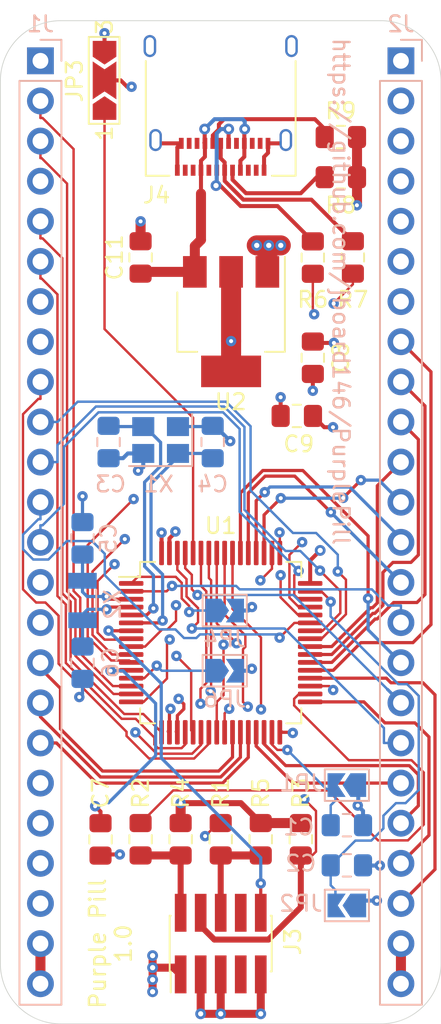
<source format=kicad_pcb>
(kicad_pcb (version 20171130) (host pcbnew 5.0.2+dfsg1-1)
  (title_block (title PurplePill) (date 2019-05-14) (rev 1.0) (company "Jennifer Boardman"))
  (layers (0 F.Cu signal) (1 3v3 power) (2 GND signal) (31 B.Cu signal) (34 B.Paste user) (35 F.Paste user) (36 B.SilkS user) (37 F.SilkS user) (38 B.Mask user) (39 F.Mask user) (44 Edge.Cuts user))
  (net 0 "")
  (net 1 GND)
  (net 2 "Net-(C1-Pad1)")
  (net 3 "Net-(C2-Pad1)")
  (net 4 "Net-(C3-Pad1)")
  (net 5 "Net-(C4-Pad1)")
  (net 6 "Net-(C5-Pad1)")
  (net 7 "Net-(C6-Pad1)")
  (net 8 +3V3)
  (net 9 "Net-(C11-Pad1)")
  (net 10 /PB7)
  (net 11 /PB6)
  (net 12 /PB5)
  (net 13 /PB4)
  (net 14 /PB2)
  (net 15 /PB1)
  (net 16 /PB0)
  (net 17 /PA15)
  (net 18 /PA14)
  (net 19 /PA13)
  (net 20 /PA10)
  (net 21 /PA9)
  (net 22 /PA8)
  (net 23 /PA7)
  (net 24 /PA6)
  (net 25 /PA5)
  (net 26 /PA4)
  (net 27 /PA3)
  (net 28 /PA2)
  (net 29 /PA1)
  (net 30 /PA0)
  (net 31 /PB15)
  (net 32 /PB12)
  (net 33 /PB11)
  (net 34 /PB10)
  (net 35 /PB9)
  (net 36 /PB8)
  (net 37 /PD2)
  (net 38 /PC13)
  (net 39 /PC12)
  (net 40 /PC11)
  (net 41 /PC10)
  (net 42 /PC9)
  (net 43 /PC8)
  (net 44 /PC7)
  (net 45 /PC6)
  (net 46 /PC5)
  (net 47 /PC4)
  (net 48 /PC3)
  (net 49 /PC2)
  (net 50 /PC1)
  (net 51 /PC0)
  (net 52 /RESET)
  (net 53 "Net-(J3-Pad8)")
  (net 54 "Net-(J3-Pad7)")
  (net 55 "Net-(J3-Pad6)")
  (net 56 "Net-(J3-Pad4)")
  (net 57 "Net-(J3-Pad2)")
  (net 58 "Net-(J4-PadB8)")
  (net 59 "Net-(J4-PadA7)")
  (net 60 "Net-(J4-PadA6)")
  (net 61 "Net-(J4-PadB5)")
  (net 62 "Net-(J4-PadA8)")
  (net 63 "Net-(J4-PadA5)")
  (net 64 "Net-(JP3-Pad1)")
  (net 65 "Net-(JP4-Pad1)")
  (net 66 "Net-(JP6-Pad1)")
  (net 67 "Net-(R1-Pad1)")
  (net 68 "Net-(R2-Pad1)")
  (net 69 "Net-(R6-Pad2)")
  (net 70 "Net-(R7-Pad2)")
  (module Capacitor_SMD:C_0805_2012Metric_Pad1.15x1.40mm_HandSolder (layer B.Cu) (at 137.922 100.33 90)
    (fp_text reference C4 (at -2.667 0 180) (layer B.SilkS) (effects (justify mirror)))
    (fp_text value 20pF)
    (pad 2 smd roundrect (at 1.025 0 90) (size 1.15 1.4) (layers B.Cu B.Paste B.Mask) (roundrect_rratio 0.217391) (net 1 GND))
    (pad 1 smd roundrect (at -1.025 0 90) (size 1.15 1.4) (layers B.Cu B.Paste B.Mask) (roundrect_rratio 0.217391) (net 5 "Net-(C4-Pad1)"))
  )
  (module Connector_USB:USB_C_Receptacle_Amphenol_12401610E4-2A (layer F.Cu) (at 138.43 78.105 180)
    (fp_text reference J4 (at 4.064 -6.604) (layer F.SilkS))
    (fp_text value USB_C_Receptacle_USB2.0)
    (pad B12 smd rect (at -3 -3.32 180) (size 0.3 0.7) (layers F.Cu F.Paste F.Mask) (net 1 GND))
    (pad B11 smd rect (at -2.5 -3.32 180) (size 0.3 0.7) (layers F.Cu F.Paste F.Mask))
    (pad B10 smd rect (at -2 -3.32 180) (size 0.3 0.7) (layers F.Cu F.Paste F.Mask))
    (pad B9 smd rect (at -1.5 -3.32 180) (size 0.3 0.7) (layers F.Cu F.Paste F.Mask) (net 9 "Net-(C11-Pad1)"))
    (pad B8 smd rect (at -1 -3.32 180) (size 0.3 0.7) (layers F.Cu F.Paste F.Mask) (net 58 "Net-(J4-PadB8)"))
    (pad B7 smd rect (at -0.5 -3.32 180) (size 0.3 0.7) (layers F.Cu F.Paste F.Mask) (net 59 "Net-(J4-PadA7)"))
    (pad B6 smd rect (at 0 -3.32 180) (size 0.3 0.7) (layers F.Cu F.Paste F.Mask) (net 60 "Net-(J4-PadA6)"))
    (pad B5 smd rect (at 0.5 -3.32 180) (size 0.3 0.7) (layers F.Cu F.Paste F.Mask) (net 61 "Net-(J4-PadB5)"))
    (pad B4 smd rect (at 1 -3.32 180) (size 0.3 0.7) (layers F.Cu F.Paste F.Mask) (net 9 "Net-(C11-Pad1)"))
    (pad B3 smd rect (at 1.5 -3.32 180) (size 0.3 0.7) (layers F.Cu F.Paste F.Mask))
    (pad B2 smd rect (at 2 -3.32 180) (size 0.3 0.7) (layers F.Cu F.Paste F.Mask))
    (pad "" np_thru_hole circle (at -3.6 -4.36 180) (size 0.65 0.65) (drill 0.65) (layers *.Cu *.Mask))
    (pad "" np_thru_hole oval (at 3.6 -4.36 180) (size 0.95 0.65) (drill oval 0.95 0.65) (layers *.Cu *.Mask))
    (pad S1 thru_hole oval (at -4.49 2.84 180) (size 0.8 1.4) (drill oval 0.5 1.1) (layers *.Cu *.Mask) (net 1 GND))
    (pad S1 thru_hole oval (at 4.49 2.84 180) (size 0.8 1.4) (drill oval 0.5 1.1) (layers *.Cu *.Mask) (net 1 GND))
    (pad S1 thru_hole oval (at 4.13 -3.11 180) (size 0.8 1.4) (drill oval 0.5 1.1) (layers *.Cu *.Mask) (net 1 GND))
    (pad B1 smd rect (at 2.5 -3.32 180) (size 0.3 0.7) (layers F.Cu F.Paste F.Mask) (net 1 GND))
    (pad A11 smd rect (at 2.25 -5.02 180) (size 0.3 0.7) (layers F.Cu F.Paste F.Mask))
    (pad A8 smd rect (at 0.75 -5.02 180) (size 0.3 0.7) (layers F.Cu F.Paste F.Mask) (net 62 "Net-(J4-PadA8)"))
    (pad A9 smd rect (at 1.25 -5.02 180) (size 0.3 0.7) (layers F.Cu F.Paste F.Mask) (net 9 "Net-(C11-Pad1)"))
    (pad A10 smd rect (at 1.75 -5.02 180) (size 0.3 0.7) (layers F.Cu F.Paste F.Mask))
    (pad A12 smd rect (at 2.75 -5.02 180) (size 0.3 0.7) (layers F.Cu F.Paste F.Mask) (net 1 GND))
    (pad A7 smd rect (at 0.25 -5.02 180) (size 0.3 0.7) (layers F.Cu F.Paste F.Mask) (net 59 "Net-(J4-PadA7)"))
    (pad A6 smd rect (at -0.25 -5.02 180) (size 0.3 0.7) (layers F.Cu F.Paste F.Mask) (net 60 "Net-(J4-PadA6)"))
    (pad A5 smd rect (at -0.75 -5.02 180) (size 0.3 0.7) (layers F.Cu F.Paste F.Mask) (net 63 "Net-(J4-PadA5)"))
    (pad A4 smd rect (at -1.25 -5.02 180) (size 0.3 0.7) (layers F.Cu F.Paste F.Mask) (net 9 "Net-(C11-Pad1)"))
    (pad A3 smd rect (at -1.75 -5.02 180) (size 0.3 0.7) (layers F.Cu F.Paste F.Mask))
    (pad A2 smd rect (at -2.25 -5.02 180) (size 0.3 0.7) (layers F.Cu F.Paste F.Mask))
    (pad A1 smd rect (at -2.75 -5.02 180) (size 0.3 0.7) (layers F.Cu F.Paste F.Mask) (net 1 GND))
    (pad S1 thru_hole oval (at -4.13 -3.11 180) (size 0.8 1.4) (drill oval 0.5 1.1) (layers *.Cu *.Mask) (net 1 GND))
  )
  (module Crystal:Crystal_SMD_3215-2Pin_3.2x1.5mm (layer B.Cu) (at 129.667 110.363 90)
    (fp_text reference X2 (at -0.254 1.905 270) (layer B.SilkS) (effects (justify mirror)))
    (fp_text value 32.768KHz)
    (pad 2 smd rect (at -1.25 0 90) (size 1 1.8) (layers B.Cu B.Paste B.Mask) (net 7 "Net-(C6-Pad1)"))
    (pad 1 smd rect (at 1.25 0 90) (size 1 1.8) (layers B.Cu B.Paste B.Mask) (net 6 "Net-(C5-Pad1)"))
  )
  (module Crystal:Crystal_SMD_Abracon_ABM8G-4Pin_3.2x2.5mm (layer B.Cu) (at 134.62 100.203 180)
    (fp_text reference X1 (at 0.127 -2.794 180) (layer B.SilkS) (effects (justify mirror)))
    (fp_text value 8Mhz)
    (pad 1 smd rect (at -1.1 -0.85 180) (size 1.4 1.2) (layers B.Cu B.Paste B.Mask) (net 5 "Net-(C4-Pad1)"))
    (pad 2 smd rect (at 1.1 -0.85 180) (size 1.4 1.2) (layers B.Cu B.Paste B.Mask) (net 1 GND))
    (pad 3 smd rect (at 1.1 0.85 180) (size 1.4 1.2) (layers B.Cu B.Paste B.Mask) (net 4 "Net-(C3-Pad1)"))
    (pad 4 smd rect (at -1.1 0.85 180) (size 1.4 1.2) (layers B.Cu B.Paste B.Mask) (net 1 GND))
  )
  (module Package_TO_SOT_SMD:SOT-223-3_TabPin2 (layer F.Cu) (at 139.09 92.71 270)
    (fp_text reference U2 (at 5.08 0.025 180) (layer F.SilkS))
    (fp_text value LD1117S33TR_SOT223)
    (pad 1 smd rect (at -3.15 -2.3 270) (size 2 1.5) (layers F.Cu F.Paste F.Mask) (net 1 GND))
    (pad 3 smd rect (at -3.15 2.3 270) (size 2 1.5) (layers F.Cu F.Paste F.Mask) (net 9 "Net-(C11-Pad1)"))
    (pad 2 smd rect (at -3.15 0 270) (size 2 1.5) (layers F.Cu F.Paste F.Mask) (net 8 +3V3))
    (pad 2 smd rect (at 3.15 0 270) (size 2 3.8) (layers F.Cu F.Paste F.Mask) (net 8 +3V3))
  )
  (module Package_QFP:LQFP-64_10x10mm_P0.5mm (layer F.Cu) (at 138.43 113.03)
    (fp_text reference U1 (at 0 -7.4) (layer F.SilkS))
    (fp_text value STM32F405RGTx)
    (pad 64 smd roundrect (at -3.75 -5.675) (size 0.3 1.55) (layers F.Cu F.Paste F.Mask) (net 8 +3V3))
    (pad 63 smd roundrect (at -3.25 -5.675) (size 0.3 1.55) (layers F.Cu F.Paste F.Mask) (net 1 GND))
    (pad 62 smd roundrect (at -2.75 -5.675) (size 0.3 1.55) (layers F.Cu F.Paste F.Mask) (net 35 /PB9))
    (pad 61 smd roundrect (at -2.25 -5.675) (size 0.3 1.55) (layers F.Cu F.Paste F.Mask) (net 36 /PB8))
    (pad 60 smd roundrect (at -1.75 -5.675) (size 0.3 1.55) (layers F.Cu F.Paste F.Mask) (net 64 "Net-(JP3-Pad1)"))
    (pad 59 smd roundrect (at -1.25 -5.675) (size 0.3 1.55) (layers F.Cu F.Paste F.Mask) (net 10 /PB7))
    (pad 58 smd roundrect (at -0.75 -5.675) (size 0.3 1.55) (layers F.Cu F.Paste F.Mask) (net 11 /PB6))
    (pad 57 smd roundrect (at -0.25 -5.675) (size 0.3 1.55) (layers F.Cu F.Paste F.Mask) (net 12 /PB5))
    (pad 56 smd roundrect (at 0.25 -5.675) (size 0.3 1.55) (layers F.Cu F.Paste F.Mask) (net 13 /PB4))
    (pad 55 smd roundrect (at 0.75 -5.675) (size 0.3 1.55) (layers F.Cu F.Paste F.Mask) (net 67 "Net-(R1-Pad1)"))
    (pad 54 smd roundrect (at 1.25 -5.675) (size 0.3 1.55) (layers F.Cu F.Paste F.Mask) (net 37 /PD2))
    (pad 53 smd roundrect (at 1.75 -5.675) (size 0.3 1.55) (layers F.Cu F.Paste F.Mask) (net 39 /PC12))
    (pad 52 smd roundrect (at 2.25 -5.675) (size 0.3 1.55) (layers F.Cu F.Paste F.Mask) (net 40 /PC11))
    (pad 51 smd roundrect (at 2.75 -5.675) (size 0.3 1.55) (layers F.Cu F.Paste F.Mask) (net 41 /PC10))
    (pad 50 smd roundrect (at 3.25 -5.675) (size 0.3 1.55) (layers F.Cu F.Paste F.Mask) (net 17 /PA15))
    (pad 49 smd roundrect (at 3.75 -5.675) (size 0.3 1.55) (layers F.Cu F.Paste F.Mask) (net 18 /PA14))
    (pad 48 smd roundrect (at 5.675 -3.75) (size 1.55 0.3) (layers F.Cu F.Paste F.Mask) (net 8 +3V3))
    (pad 47 smd roundrect (at 5.675 -3.25) (size 1.55 0.3) (layers F.Cu F.Paste F.Mask) (net 3 "Net-(C2-Pad1)"))
    (pad 46 smd roundrect (at 5.675 -2.75) (size 1.55 0.3) (layers F.Cu F.Paste F.Mask) (net 19 /PA13))
    (pad 45 smd roundrect (at 5.675 -2.25) (size 1.55 0.3) (layers F.Cu F.Paste F.Mask) (net 70 "Net-(R7-Pad2)"))
    (pad 44 smd roundrect (at 5.675 -1.75) (size 1.55 0.3) (layers F.Cu F.Paste F.Mask) (net 69 "Net-(R6-Pad2)"))
    (pad 43 smd roundrect (at 5.675 -1.25) (size 1.55 0.3) (layers F.Cu F.Paste F.Mask) (net 20 /PA10))
    (pad 42 smd roundrect (at 5.675 -0.75) (size 1.55 0.3) (layers F.Cu F.Paste F.Mask) (net 21 /PA9))
    (pad 41 smd roundrect (at 5.675 -0.25) (size 1.55 0.3) (layers F.Cu F.Paste F.Mask) (net 22 /PA8))
    (pad 40 smd roundrect (at 5.675 0.25) (size 1.55 0.3) (layers F.Cu F.Paste F.Mask) (net 42 /PC9))
    (pad 39 smd roundrect (at 5.675 0.75) (size 1.55 0.3) (layers F.Cu F.Paste F.Mask) (net 43 /PC8))
    (pad 38 smd roundrect (at 5.675 1.25) (size 1.55 0.3) (layers F.Cu F.Paste F.Mask) (net 44 /PC7))
    (pad 37 smd roundrect (at 5.675 1.75) (size 1.55 0.3) (layers F.Cu F.Paste F.Mask) (net 45 /PC6))
    (pad 36 smd roundrect (at 5.675 2.25) (size 1.55 0.3) (layers F.Cu F.Paste F.Mask) (net 31 /PB15))
    (pad 35 smd roundrect (at 5.675 2.75) (size 1.55 0.3) (layers F.Cu F.Paste F.Mask) (net 56 "Net-(J3-Pad4)"))
    (pad 34 smd roundrect (at 5.675 3.25) (size 1.55 0.3) (layers F.Cu F.Paste F.Mask) (net 68 "Net-(R2-Pad1)"))
    (pad 33 smd roundrect (at 5.675 3.75) (size 1.55 0.3) (layers F.Cu F.Paste F.Mask) (net 32 /PB12))
    (pad 32 smd roundrect (at 3.75 5.675) (size 0.3 1.55) (layers F.Cu F.Paste F.Mask) (net 8 +3V3))
    (pad 31 smd roundrect (at 3.25 5.675) (size 0.3 1.55) (layers F.Cu F.Paste F.Mask) (net 2 "Net-(C1-Pad1)"))
    (pad 30 smd roundrect (at 2.75 5.675) (size 0.3 1.55) (layers F.Cu F.Paste F.Mask) (net 33 /PB11))
    (pad 29 smd roundrect (at 2.25 5.675) (size 0.3 1.55) (layers F.Cu F.Paste F.Mask) (net 34 /PB10))
    (pad 28 smd roundrect (at 1.75 5.675) (size 0.3 1.55) (layers F.Cu F.Paste F.Mask) (net 14 /PB2))
    (pad 27 smd roundrect (at 1.25 5.675) (size 0.3 1.55) (layers F.Cu F.Paste F.Mask) (net 15 /PB1))
    (pad 26 smd roundrect (at 0.75 5.675) (size 0.3 1.55) (layers F.Cu F.Paste F.Mask) (net 16 /PB0))
    (pad 25 smd roundrect (at 0.25 5.675) (size 0.3 1.55) (layers F.Cu F.Paste F.Mask) (net 46 /PC5))
    (pad 24 smd roundrect (at -0.25 5.675) (size 0.3 1.55) (layers F.Cu F.Paste F.Mask) (net 47 /PC4))
    (pad 23 smd roundrect (at -0.75 5.675) (size 0.3 1.55) (layers F.Cu F.Paste F.Mask) (net 23 /PA7))
    (pad 22 smd roundrect (at -1.25 5.675) (size 0.3 1.55) (layers F.Cu F.Paste F.Mask) (net 24 /PA6))
    (pad 21 smd roundrect (at -1.75 5.675) (size 0.3 1.55) (layers F.Cu F.Paste F.Mask) (net 25 /PA5))
    (pad 20 smd roundrect (at -2.25 5.675) (size 0.3 1.55) (layers F.Cu F.Paste F.Mask) (net 26 /PA4))
    (pad 19 smd roundrect (at -2.75 5.675) (size 0.3 1.55) (layers F.Cu F.Paste F.Mask) (net 8 +3V3))
    (pad 18 smd roundrect (at -3.25 5.675) (size 0.3 1.55) (layers F.Cu F.Paste F.Mask) (net 1 GND))
    (pad 17 smd roundrect (at -3.75 5.675) (size 0.3 1.55) (layers F.Cu F.Paste F.Mask) (net 27 /PA3))
    (pad 16 smd roundrect (at -5.675 3.75) (size 1.55 0.3) (layers F.Cu F.Paste F.Mask) (net 28 /PA2))
    (pad 15 smd roundrect (at -5.675 3.25) (size 1.55 0.3) (layers F.Cu F.Paste F.Mask) (net 29 /PA1))
    (pad 14 smd roundrect (at -5.675 2.75) (size 1.55 0.3) (layers F.Cu F.Paste F.Mask) (net 30 /PA0))
    (pad 13 smd roundrect (at -5.675 2.25) (size 1.55 0.3) (layers F.Cu F.Paste F.Mask) (net 66 "Net-(JP6-Pad1)"))
    (pad 12 smd roundrect (at -5.675 1.75) (size 1.55 0.3) (layers F.Cu F.Paste F.Mask) (net 1 GND))
    (pad 11 smd roundrect (at -5.675 1.25) (size 1.55 0.3) (layers F.Cu F.Paste F.Mask) (net 48 /PC3))
    (pad 10 smd roundrect (at -5.675 0.75) (size 1.55 0.3) (layers F.Cu F.Paste F.Mask) (net 49 /PC2))
    (pad 9 smd roundrect (at -5.675 0.25) (size 1.55 0.3) (layers F.Cu F.Paste F.Mask) (net 50 /PC1))
    (pad 8 smd roundrect (at -5.675 -0.25) (size 1.55 0.3) (layers F.Cu F.Paste F.Mask) (net 51 /PC0))
    (pad 7 smd roundrect (at -5.675 -0.75) (size 1.55 0.3) (layers F.Cu F.Paste F.Mask) (net 52 /RESET))
    (pad 6 smd roundrect (at -5.675 -1.25) (size 1.55 0.3) (layers F.Cu F.Paste F.Mask) (net 5 "Net-(C4-Pad1)"))
    (pad 5 smd roundrect (at -5.675 -1.75) (size 1.55 0.3) (layers F.Cu F.Paste F.Mask) (net 4 "Net-(C3-Pad1)"))
    (pad 4 smd roundrect (at -5.675 -2.25) (size 1.55 0.3) (layers F.Cu F.Paste F.Mask) (net 7 "Net-(C6-Pad1)"))
    (pad 3 smd roundrect (at -5.675 -2.75) (size 1.55 0.3) (layers F.Cu F.Paste F.Mask) (net 6 "Net-(C5-Pad1)"))
    (pad 2 smd roundrect (at -5.675 -3.25) (size 1.55 0.3) (layers F.Cu F.Paste F.Mask) (net 38 /PC13))
    (pad 1 smd roundrect (at -5.675 -3.75) (size 1.55 0.3) (layers F.Cu F.Paste F.Mask) (net 65 "Net-(JP4-Pad1)"))
  )
  (module Resistor_SMD:R_0805_2012Metric_Pad1.15x1.40mm_HandSolder (layer F.Cu) (at 146.05 81.026)
    (fp_text reference R9 (at 0 -1.65) (layer F.SilkS))
    (fp_text value 5R1K)
    (pad 2 smd roundrect (at 1.025 0) (size 1.15 1.4) (layers F.Cu F.Paste F.Mask) (roundrect_rratio 0.217391) (net 1 GND))
    (pad 1 smd roundrect (at -1.025 0) (size 1.15 1.4) (layers F.Cu F.Paste F.Mask) (roundrect_rratio 0.217391) (net 61 "Net-(J4-PadB5)"))
  )
  (module Resistor_SMD:R_0805_2012Metric_Pad1.15x1.40mm_HandSolder (layer F.Cu) (at 146.05 83.566)
    (fp_text reference R8 (at 0 1.778) (layer F.SilkS))
    (fp_text value 5R1K)
    (pad 2 smd roundrect (at 1.025 0) (size 1.15 1.4) (layers F.Cu F.Paste F.Mask) (roundrect_rratio 0.217391) (net 1 GND))
    (pad 1 smd roundrect (at -1.025 0) (size 1.15 1.4) (layers F.Cu F.Paste F.Mask) (roundrect_rratio 0.217391) (net 63 "Net-(J4-PadA5)"))
  )
  (module Resistor_SMD:R_0805_2012Metric_Pad1.15x1.40mm_HandSolder (layer F.Cu) (at 146.812 88.646 270)
    (fp_text reference R7 (at 2.667 0 180) (layer F.SilkS))
    (fp_text value 22R)
    (pad 2 smd roundrect (at 1.025 0 270) (size 1.15 1.4) (layers F.Cu F.Paste F.Mask) (roundrect_rratio 0.217391) (net 70 "Net-(R7-Pad2)"))
    (pad 1 smd roundrect (at -1.025 0 270) (size 1.15 1.4) (layers F.Cu F.Paste F.Mask) (roundrect_rratio 0.217391) (net 60 "Net-(J4-PadA6)"))
  )
  (module Resistor_SMD:R_0805_2012Metric_Pad1.15x1.40mm_HandSolder (layer F.Cu) (at 144.272 88.655 270)
    (fp_text reference R6 (at 2.658 0 180) (layer F.SilkS))
    (fp_text value 22R)
    (pad 2 smd roundrect (at 1.025 0 270) (size 1.15 1.4) (layers F.Cu F.Paste F.Mask) (roundrect_rratio 0.217391) (net 69 "Net-(R6-Pad2)"))
    (pad 1 smd roundrect (at -1.025 0 270) (size 1.15 1.4) (layers F.Cu F.Paste F.Mask) (roundrect_rratio 0.217391) (net 59 "Net-(J4-PadA7)"))
  )
  (module Resistor_SMD:R_0805_2012Metric_Pad1.15x1.40mm_HandSolder (layer F.Cu) (at 140.97 125.476 90)
    (fp_text reference R5 (at 2.921 0 90) (layer F.SilkS))
    (fp_text value 10K)
    (pad 2 smd roundrect (at 1.025 0 90) (size 1.15 1.4) (layers F.Cu F.Paste F.Mask) (roundrect_rratio 0.217391) (net 8 +3V3))
    (pad 1 smd roundrect (at -1.025 0 90) (size 1.15 1.4) (layers F.Cu F.Paste F.Mask) (roundrect_rratio 0.217391) (net 55 "Net-(J3-Pad6)"))
  )
  (module Resistor_SMD:R_0805_2012Metric_Pad1.15x1.40mm_HandSolder (layer F.Cu) (at 135.89 125.476 90)
    (fp_text reference R4 (at 2.921 0 90) (layer F.SilkS))
    (fp_text value 10K)
    (pad 2 smd roundrect (at 1.025 0 90) (size 1.15 1.4) (layers F.Cu F.Paste F.Mask) (roundrect_rratio 0.217391) (net 8 +3V3))
    (pad 1 smd roundrect (at -1.025 0 90) (size 1.15 1.4) (layers F.Cu F.Paste F.Mask) (roundrect_rratio 0.217391) (net 57 "Net-(J3-Pad2)"))
  )
  (module Resistor_SMD:R_0805_2012Metric_Pad1.15x1.40mm_HandSolder (layer F.Cu) (at 143.51 125.476 90)
    (fp_text reference R3 (at 2.921 0 90) (layer F.SilkS))
    (fp_text value 10K)
    (pad 2 smd roundrect (at 1.025 0 90) (size 1.15 1.4) (layers F.Cu F.Paste F.Mask) (roundrect_rratio 0.217391) (net 8 +3V3))
    (pad 1 smd roundrect (at -1.025 0 90) (size 1.15 1.4) (layers F.Cu F.Paste F.Mask) (roundrect_rratio 0.217391) (net 56 "Net-(J3-Pad4)"))
  )
  (module Resistor_SMD:R_0805_2012Metric_Pad1.15x1.40mm_HandSolder (layer F.Cu) (at 133.35 125.476 270)
    (fp_text reference R2 (at -2.921 0 90) (layer F.SilkS))
    (fp_text value 22R)
    (pad 2 smd roundrect (at 1.025 0 270) (size 1.15 1.4) (layers F.Cu F.Paste F.Mask) (roundrect_rratio 0.217391) (net 57 "Net-(J3-Pad2)"))
    (pad 1 smd roundrect (at -1.025 0 270) (size 1.15 1.4) (layers F.Cu F.Paste F.Mask) (roundrect_rratio 0.217391) (net 68 "Net-(R2-Pad1)"))
  )
  (module Resistor_SMD:R_0805_2012Metric_Pad1.15x1.40mm_HandSolder (layer F.Cu) (at 138.43 125.476 270)
    (fp_text reference R1 (at -2.921 0 90) (layer F.SilkS))
    (fp_text value 22R)
    (pad 2 smd roundrect (at 1.025 0 270) (size 1.15 1.4) (layers F.Cu F.Paste F.Mask) (roundrect_rratio 0.217391) (net 55 "Net-(J3-Pad6)"))
    (pad 1 smd roundrect (at -1.025 0 270) (size 1.15 1.4) (layers F.Cu F.Paste F.Mask) (roundrect_rratio 0.217391) (net 67 "Net-(R1-Pad1)"))
  )
  (module Jumper:SolderJumper-2_P1.3mm_Open_TrianglePad1.0x1.5mm (layer B.Cu) (at 138.684 114.808)
    (fp_text reference JP6 (at 0 1.8) (layer B.SilkS) (effects (justify mirror)))
    (fp_text value Jumper_NC_Small)
    (pad 1 smd custom (at -0.725 0) (size 0.3 0.3) (layers B.Cu B.Mask) (net 66 "Net-(JP6-Pad1)") (options (clearance outline) (anchor rect)) (primitives (gr_poly (pts (xy -0.5 0.75) (xy 0.5 0.75) (xy 1 0) (xy 0.5 -0.75) (xy -0.5 -0.75)) (width 0))))
    (pad 2 smd custom (at 0.725 0) (size 0.3 0.3) (layers B.Cu B.Mask) (net 8 +3V3) (options (clearance outline) (anchor rect)) (primitives (gr_poly (pts (xy -0.65 0.75) (xy 0.5 0.75) (xy 0.5 -0.75) (xy -0.65 -0.75) (xy -0.15 0)) (width 0))))
  )
  (module Jumper:SolderJumper-2_P1.3mm_Open_TrianglePad1.0x1.5mm (layer B.Cu) (at 138.684 110.998)
    (fp_text reference JP4 (at 0 1.8) (layer B.SilkS) (effects (justify mirror)))
    (fp_text value Jumper_NC_Small)
    (pad 1 smd custom (at -0.725 0) (size 0.3 0.3) (layers B.Cu B.Mask) (net 65 "Net-(JP4-Pad1)") (options (clearance outline) (anchor rect)) (primitives (gr_poly (pts (xy -0.5 0.75) (xy 0.5 0.75) (xy 1 0) (xy 0.5 -0.75) (xy -0.5 -0.75)) (width 0))))
    (pad 2 smd custom (at 0.725 0) (size 0.3 0.3) (layers B.Cu B.Mask) (net 8 +3V3) (options (clearance outline) (anchor rect)) (primitives (gr_poly (pts (xy -0.65 0.75) (xy 0.5 0.75) (xy 0.5 -0.75) (xy -0.65 -0.75) (xy -0.15 0)) (width 0))))
  )
  (module Jumper:SolderJumper-3_P2.0mm_Open_TrianglePad1.0x1.5mm_NumberLabels (layer F.Cu) (at 131.064 77.438 90)
    (fp_text reference JP3 (at -0.032 -1.905 90) (layer F.SilkS))
    (fp_text value BOOT)
    (fp_text user 1 (at -3.35 0 90) (layer F.SilkS))
    (fp_text user 3 (at 3.4 0 90) (layer F.SilkS))
    (pad 3 smd custom (at 2 0 270) (size 0.3 0.3) (layers F.Cu F.Mask) (net 8 +3V3) (options (clearance outline) (anchor rect)) (primitives (gr_poly (pts (xy -0.5 -0.75) (xy 0.5 -0.75) (xy 1 0) (xy 0.5 0.75) (xy -0.5 0.75)) (width 0))))
    (pad 2 smd custom (at 0 0 90) (size 0.3 0.3) (layers F.Cu) (net 1 GND) (options (clearance outline) (anchor rect)) (primitives (gr_poly (pts (xy -1.2 -0.75) (xy 1.2 -0.75) (xy 0.7 0) (xy 1.2 0.75) (xy -1.2 0.75) (xy -0.7 0)) (width 0))))
    (pad 1 smd custom (at -2 0 90) (size 0.3 0.3) (layers F.Cu F.Mask) (net 64 "Net-(JP3-Pad1)") (options (clearance outline) (anchor rect)) (primitives (gr_poly (pts (xy -0.5 -0.75) (xy 0.5 -0.75) (xy 1 0) (xy 0.5 0.75) (xy -0.5 0.75)) (width 0))))
  )
  (module Jumper:SolderJumper-2_P1.3mm_Open_TrianglePad1.0x1.5mm (layer B.Cu) (at 146.431 129.667 180)
    (fp_text reference JP2 (at 2.921 0.127 180) (layer B.SilkS) (effects (justify mirror)))
    (fp_text value Jumper_NC_Small)
    (pad 1 smd custom (at -0.725 0 180) (size 0.3 0.3) (layers B.Cu B.Mask) (net 1 GND) (options (clearance outline) (anchor rect)) (primitives (gr_poly (pts (xy -0.5 0.75) (xy 0.5 0.75) (xy 1 0) (xy 0.5 -0.75) (xy -0.5 -0.75)) (width 0))))
    (pad 2 smd custom (at 0.725 0 180) (size 0.3 0.3) (layers B.Cu B.Mask) (net 3 "Net-(C2-Pad1)") (options (clearance outline) (anchor rect)) (primitives (gr_poly (pts (xy -0.65 0.75) (xy 0.5 0.75) (xy 0.5 -0.75) (xy -0.65 -0.75) (xy -0.15 0)) (width 0))))
  )
  (module Jumper:SolderJumper-2_P1.3mm_Open_TrianglePad1.0x1.5mm (layer B.Cu) (at 146.431 122.047 180)
    (fp_text reference JP1 (at 2.921 0.127 180) (layer B.SilkS) (effects (justify mirror)))
    (fp_text value Jumper_NC_Small)
    (pad 1 smd custom (at -0.725 0 180) (size 0.3 0.3) (layers B.Cu B.Mask) (net 1 GND) (options (clearance outline) (anchor rect)) (primitives (gr_poly (pts (xy -0.5 0.75) (xy 0.5 0.75) (xy 1 0) (xy 0.5 -0.75) (xy -0.5 -0.75)) (width 0))))
    (pad 2 smd custom (at 0.725 0 180) (size 0.3 0.3) (layers B.Cu B.Mask) (net 2 "Net-(C1-Pad1)") (options (clearance outline) (anchor rect)) (primitives (gr_poly (pts (xy -0.65 0.75) (xy 0.5 0.75) (xy 0.5 -0.75) (xy -0.65 -0.75) (xy -0.15 0)) (width 0))))
  )
  (module Connector_PinHeader_1.27mm:PinHeader_2x05_P1.27mm_Vertical_SMD (layer F.Cu) (at 138.43 132.08 90)
    (fp_text reference J3 (at 0.127 4.572 90) (layer F.SilkS))
    (fp_text value JTAG_SWD_10)
    (pad 10 smd rect (at 1.95 2.54 90) (size 2.4 0.74) (layers F.Cu F.Paste F.Mask) (net 52 /RESET))
    (pad 9 smd rect (at -1.95 2.54 90) (size 2.4 0.74) (layers F.Cu F.Paste F.Mask) (net 1 GND))
    (pad 8 smd rect (at 1.95 1.27 90) (size 2.4 0.74) (layers F.Cu F.Paste F.Mask) (net 53 "Net-(J3-Pad8)"))
    (pad 7 smd rect (at -1.95 1.27 90) (size 2.4 0.74) (layers F.Cu F.Paste F.Mask) (net 54 "Net-(J3-Pad7)"))
    (pad 6 smd rect (at 1.95 0 90) (size 2.4 0.74) (layers F.Cu F.Paste F.Mask) (net 55 "Net-(J3-Pad6)"))
    (pad 5 smd rect (at -1.95 0 90) (size 2.4 0.74) (layers F.Cu F.Paste F.Mask) (net 1 GND))
    (pad 4 smd rect (at 1.95 -1.27 90) (size 2.4 0.74) (layers F.Cu F.Paste F.Mask) (net 56 "Net-(J3-Pad4)"))
    (pad 3 smd rect (at -1.95 -1.27 90) (size 2.4 0.74) (layers F.Cu F.Paste F.Mask) (net 1 GND))
    (pad 2 smd rect (at 1.95 -2.54 90) (size 2.4 0.74) (layers F.Cu F.Paste F.Mask) (net 57 "Net-(J3-Pad2)"))
    (pad 1 smd rect (at -1.95 -2.54 90) (size 2.4 0.74) (layers F.Cu F.Paste F.Mask) (net 8 +3V3))
  )
  (module Connector_PinHeader_2.54mm:PinHeader_1x24_P2.54mm_Vertical (layer B.Cu) (at 149.86 76.2 180)
    (fp_text reference J2 (at 0 2.33) (layer B.SilkS) (effects (justify mirror)))
    (fp_text value Conn_01x24_MountingPin)
    (pad 24 thru_hole oval (at 0 -58.42 180) (size 1.7 1.7) (drill 1) (layers *.Cu *.Mask) (net 1 GND))
    (pad 23 thru_hole oval (at 0 -55.88 180) (size 1.7 1.7) (drill 1) (layers *.Cu *.Mask) (net 1 GND))
    (pad 22 thru_hole oval (at 0 -53.34 180) (size 1.7 1.7) (drill 1) (layers *.Cu *.Mask) (net 31 /PB15))
    (pad 21 thru_hole oval (at 0 -50.8 180) (size 1.7 1.7) (drill 1) (layers *.Cu *.Mask) (net 32 /PB12))
    (pad 20 thru_hole oval (at 0 -48.26 180) (size 1.7 1.7) (drill 1) (layers *.Cu *.Mask) (net 33 /PB11))
    (pad 19 thru_hole oval (at 0 -45.72 180) (size 1.7 1.7) (drill 1) (layers *.Cu *.Mask) (net 34 /PB10))
    (pad 18 thru_hole oval (at 0 -43.18 180) (size 1.7 1.7) (drill 1) (layers *.Cu *.Mask) (net 35 /PB9))
    (pad 17 thru_hole oval (at 0 -40.64 180) (size 1.7 1.7) (drill 1) (layers *.Cu *.Mask) (net 36 /PB8))
    (pad 16 thru_hole oval (at 0 -38.1 180) (size 1.7 1.7) (drill 1) (layers *.Cu *.Mask) (net 37 /PD2))
    (pad 15 thru_hole oval (at 0 -35.56 180) (size 1.7 1.7) (drill 1) (layers *.Cu *.Mask) (net 38 /PC13))
    (pad 14 thru_hole oval (at 0 -33.02 180) (size 1.7 1.7) (drill 1) (layers *.Cu *.Mask) (net 39 /PC12))
    (pad 13 thru_hole oval (at 0 -30.48 180) (size 1.7 1.7) (drill 1) (layers *.Cu *.Mask) (net 40 /PC11))
    (pad 12 thru_hole oval (at 0 -27.94 180) (size 1.7 1.7) (drill 1) (layers *.Cu *.Mask) (net 41 /PC10))
    (pad 11 thru_hole oval (at 0 -25.4 180) (size 1.7 1.7) (drill 1) (layers *.Cu *.Mask) (net 42 /PC9))
    (pad 10 thru_hole oval (at 0 -22.86 180) (size 1.7 1.7) (drill 1) (layers *.Cu *.Mask) (net 43 /PC8))
    (pad 9 thru_hole oval (at 0 -20.32 180) (size 1.7 1.7) (drill 1) (layers *.Cu *.Mask) (net 44 /PC7))
    (pad 8 thru_hole oval (at 0 -17.78 180) (size 1.7 1.7) (drill 1) (layers *.Cu *.Mask) (net 45 /PC6))
    (pad 7 thru_hole oval (at 0 -15.24 180) (size 1.7 1.7) (drill 1) (layers *.Cu *.Mask) (net 46 /PC5))
    (pad 6 thru_hole oval (at 0 -12.7 180) (size 1.7 1.7) (drill 1) (layers *.Cu *.Mask) (net 47 /PC4))
    (pad 5 thru_hole oval (at 0 -10.16 180) (size 1.7 1.7) (drill 1) (layers *.Cu *.Mask) (net 48 /PC3))
    (pad 4 thru_hole oval (at 0 -7.62 180) (size 1.7 1.7) (drill 1) (layers *.Cu *.Mask) (net 49 /PC2))
    (pad 3 thru_hole oval (at 0 -5.08 180) (size 1.7 1.7) (drill 1) (layers *.Cu *.Mask) (net 50 /PC1))
    (pad 2 thru_hole oval (at 0 -2.54 180) (size 1.7 1.7) (drill 1) (layers *.Cu *.Mask) (net 51 /PC0))
    (pad 1 thru_hole rect (at 0 0 180) (size 1.7 1.7) (drill 1) (layers *.Cu *.Mask) (net 8 +3V3))
  )
  (module Connector_PinHeader_2.54mm:PinHeader_1x24_P2.54mm_Vertical (layer B.Cu) (at 127 76.2 180)
    (fp_text reference J1 (at 0 2.33) (layer B.SilkS) (effects (justify mirror)))
    (fp_text value Conn_01x24_MountingPin)
    (pad 24 thru_hole oval (at 0 -58.42 180) (size 1.7 1.7) (drill 1) (layers *.Cu *.Mask) (net 1 GND))
    (pad 23 thru_hole oval (at 0 -55.88 180) (size 1.7 1.7) (drill 1) (layers *.Cu *.Mask) (net 1 GND))
    (pad 22 thru_hole oval (at 0 -53.34 180) (size 1.7 1.7) (drill 1) (layers *.Cu *.Mask) (net 10 /PB7))
    (pad 21 thru_hole oval (at 0 -50.8 180) (size 1.7 1.7) (drill 1) (layers *.Cu *.Mask) (net 11 /PB6))
    (pad 20 thru_hole oval (at 0 -48.26 180) (size 1.7 1.7) (drill 1) (layers *.Cu *.Mask) (net 12 /PB5))
    (pad 19 thru_hole oval (at 0 -45.72 180) (size 1.7 1.7) (drill 1) (layers *.Cu *.Mask) (net 13 /PB4))
    (pad 18 thru_hole oval (at 0 -43.18 180) (size 1.7 1.7) (drill 1) (layers *.Cu *.Mask) (net 14 /PB2))
    (pad 17 thru_hole oval (at 0 -40.64 180) (size 1.7 1.7) (drill 1) (layers *.Cu *.Mask) (net 15 /PB1))
    (pad 16 thru_hole oval (at 0 -38.1 180) (size 1.7 1.7) (drill 1) (layers *.Cu *.Mask) (net 16 /PB0))
    (pad 15 thru_hole oval (at 0 -35.56 180) (size 1.7 1.7) (drill 1) (layers *.Cu *.Mask) (net 17 /PA15))
    (pad 14 thru_hole oval (at 0 -33.02 180) (size 1.7 1.7) (drill 1) (layers *.Cu *.Mask) (net 18 /PA14))
    (pad 13 thru_hole oval (at 0 -30.48 180) (size 1.7 1.7) (drill 1) (layers *.Cu *.Mask) (net 19 /PA13))
    (pad 12 thru_hole oval (at 0 -27.94 180) (size 1.7 1.7) (drill 1) (layers *.Cu *.Mask) (net 20 /PA10))
    (pad 11 thru_hole oval (at 0 -25.4 180) (size 1.7 1.7) (drill 1) (layers *.Cu *.Mask) (net 21 /PA9))
    (pad 10 thru_hole oval (at 0 -22.86 180) (size 1.7 1.7) (drill 1) (layers *.Cu *.Mask) (net 22 /PA8))
    (pad 9 thru_hole oval (at 0 -20.32 180) (size 1.7 1.7) (drill 1) (layers *.Cu *.Mask) (net 23 /PA7))
    (pad 8 thru_hole oval (at 0 -17.78 180) (size 1.7 1.7) (drill 1) (layers *.Cu *.Mask) (net 24 /PA6))
    (pad 7 thru_hole oval (at 0 -15.24 180) (size 1.7 1.7) (drill 1) (layers *.Cu *.Mask) (net 25 /PA5))
    (pad 6 thru_hole oval (at 0 -12.7 180) (size 1.7 1.7) (drill 1) (layers *.Cu *.Mask) (net 26 /PA4))
    (pad 5 thru_hole oval (at 0 -10.16 180) (size 1.7 1.7) (drill 1) (layers *.Cu *.Mask) (net 27 /PA3))
    (pad 4 thru_hole oval (at 0 -7.62 180) (size 1.7 1.7) (drill 1) (layers *.Cu *.Mask) (net 28 /PA2))
    (pad 3 thru_hole oval (at 0 -5.08 180) (size 1.7 1.7) (drill 1) (layers *.Cu *.Mask) (net 29 /PA1))
    (pad 2 thru_hole oval (at 0 -2.54 180) (size 1.7 1.7) (drill 1) (layers *.Cu *.Mask) (net 30 /PA0))
    (pad 1 thru_hole rect (at 0 0 180) (size 1.7 1.7) (drill 1) (layers *.Cu *.Mask) (net 8 +3V3))
  )
  (module Capacitor_SMD:C_0805_2012Metric_Pad1.15x1.40mm_HandSolder (layer F.Cu) (at 133.35 88.646 90)
    (fp_text reference C11 (at 0 -1.65 90) (layer F.SilkS))
    (fp_text value 100nF)
    (pad 2 smd roundrect (at 1.025 0 90) (size 1.15 1.4) (layers F.Cu F.Paste F.Mask) (roundrect_rratio 0.217391) (net 1 GND))
    (pad 1 smd roundrect (at -1.025 0 90) (size 1.15 1.4) (layers F.Cu F.Paste F.Mask) (roundrect_rratio 0.217391) (net 9 "Net-(C11-Pad1)"))
  )
  (module Capacitor_SMD:C_0805_2012Metric_Pad1.15x1.40mm_HandSolder (layer F.Cu) (at 143.256 98.679)
    (fp_text reference C9 (at 0.127 1.778) (layer F.SilkS))
    (fp_text value 100nF)
    (pad 2 smd roundrect (at 1.025 0) (size 1.15 1.4) (layers F.Cu F.Paste F.Mask) (roundrect_rratio 0.217391) (net 1 GND))
    (pad 1 smd roundrect (at -1.025 0) (size 1.15 1.4) (layers F.Cu F.Paste F.Mask) (roundrect_rratio 0.217391) (net 8 +3V3))
  )
  (module Capacitor_SMD:C_0805_2012Metric_Pad1.15x1.40mm_HandSolder (layer F.Cu) (at 144.272 94.996 90)
    (fp_text reference C8 (at 0 1.778 90) (layer F.SilkS))
    (fp_text value 100nF)
    (pad 2 smd roundrect (at 1.025 0 90) (size 1.15 1.4) (layers F.Cu F.Paste F.Mask) (roundrect_rratio 0.217391) (net 1 GND))
    (pad 1 smd roundrect (at -1.025 0 90) (size 1.15 1.4) (layers F.Cu F.Paste F.Mask) (roundrect_rratio 0.217391) (net 8 +3V3))
  )
  (module Capacitor_SMD:C_0805_2012Metric_Pad1.15x1.40mm_HandSolder (layer F.Cu) (at 130.81 125.485 90)
    (fp_text reference C7 (at 2.93 0 90) (layer F.SilkS))
    (fp_text value 100nF)
    (pad 2 smd roundrect (at 1.025 0 90) (size 1.15 1.4) (layers F.Cu F.Paste F.Mask) (roundrect_rratio 0.217391) (net 1 GND))
    (pad 1 smd roundrect (at -1.025 0 90) (size 1.15 1.4) (layers F.Cu F.Paste F.Mask) (roundrect_rratio 0.217391) (net 8 +3V3))
  )
  (module Capacitor_SMD:C_0805_2012Metric_Pad1.15x1.40mm_HandSolder (layer B.Cu) (at 129.667 114.3 270)
    (fp_text reference C6 (at 0 -1.778 270) (layer B.SilkS) (effects (justify mirror)))
    (fp_text value 12.5pF)
    (pad 2 smd roundrect (at 1.025 0 270) (size 1.15 1.4) (layers B.Cu B.Paste B.Mask) (roundrect_rratio 0.217391) (net 1 GND))
    (pad 1 smd roundrect (at -1.025 0 270) (size 1.15 1.4) (layers B.Cu B.Paste B.Mask) (roundrect_rratio 0.217391) (net 7 "Net-(C6-Pad1)"))
  )
  (module Capacitor_SMD:C_0805_2012Metric_Pad1.15x1.40mm_HandSolder (layer B.Cu) (at 129.667 106.426 90)
    (fp_text reference C5 (at 0 1.65 90) (layer B.SilkS) (effects (justify mirror)))
    (fp_text value 12.5pF)
    (pad 2 smd roundrect (at 1.025 0 90) (size 1.15 1.4) (layers B.Cu B.Paste B.Mask) (roundrect_rratio 0.217391) (net 1 GND))
    (pad 1 smd roundrect (at -1.025 0 90) (size 1.15 1.4) (layers B.Cu B.Paste B.Mask) (roundrect_rratio 0.217391) (net 6 "Net-(C5-Pad1)"))
  )
  (module Capacitor_SMD:C_0805_2012Metric_Pad1.15x1.40mm_HandSolder (layer B.Cu) (at 131.318 100.33 270)
    (fp_text reference C3 (at 2.667 -0.127) (layer B.SilkS) (effects (justify mirror)))
    (fp_text value 20pF)
    (pad 2 smd roundrect (at 1.025 0 270) (size 1.15 1.4) (layers B.Cu B.Paste B.Mask) (roundrect_rratio 0.217391) (net 1 GND))
    (pad 1 smd roundrect (at -1.025 0 270) (size 1.15 1.4) (layers B.Cu B.Paste B.Mask) (roundrect_rratio 0.217391) (net 4 "Net-(C3-Pad1)"))
  )
  (module Capacitor_SMD:C_0805_2012Metric_Pad1.15x1.40mm_HandSolder (layer B.Cu) (at 146.431 127.127)
    (fp_text reference C2 (at -2.921 -0.127) (layer B.SilkS) (effects (justify mirror)))
    (fp_text value 2.2uF)
    (pad 2 smd roundrect (at 1.025 0) (size 1.15 1.4) (layers B.Cu B.Paste B.Mask) (roundrect_rratio 0.217391) (net 1 GND))
    (pad 1 smd roundrect (at -1.025 0) (size 1.15 1.4) (layers B.Cu B.Paste B.Mask) (roundrect_rratio 0.217391) (net 3 "Net-(C2-Pad1)"))
  )
  (module Capacitor_SMD:C_0805_2012Metric_Pad1.15x1.40mm_HandSolder (layer B.Cu) (at 146.431 124.587)
    (fp_text reference C1 (at -3.048 0.127) (layer B.SilkS) (effects (justify mirror)))
    (fp_text value 2.2uF)
    (pad 2 smd roundrect (at 1.025 0) (size 1.15 1.4) (layers B.Cu B.Paste B.Mask) (roundrect_rratio 0.217391) (net 1 GND))
    (pad 1 smd roundrect (at -1.025 0) (size 1.15 1.4) (layers B.Cu B.Paste B.Mask) (roundrect_rratio 0.217391) (net 2 "Net-(C1-Pad1)"))
  )
  (gr_text https://github.com/jboard146/PurplePill (at 146.05 90.805 270) (layer B.SilkS) (effects (font (size 1.016 1.016) (thickness 0.1524))))
  (gr_text "Purple Pill\n1.0" (at 131.445 132.08 90) (layer F.SilkS) (effects (font (size 1.016 1.016) (thickness 0.1524))))
  (gr_line (start 152.4 77.47) (end 152.4 133.35) (layer Edge.Cuts) (width 0.05))
  (gr_line (start 124.46 133.35) (end 124.46 77.47) (layer Edge.Cuts) (width 0.05))
  (gr_line (start 148.59 137.16) (end 128.27 137.16) (layer Edge.Cuts) (width 0.05))
  (gr_arc (start 148.59 133.35) (end 148.59 137.16) (angle -90) (layer Edge.Cuts) (width 0.05))
  (gr_arc (start 128.27 133.35) (end 124.46 133.35) (angle -90) (layer Edge.Cuts) (width 0.05))
  (gr_line (start 148.59 73.66) (end 128.27 73.66) (layer Edge.Cuts) (width 0.05))
  (gr_arc (start 148.59 77.47) (end 152.4 77.47) (angle -90) (layer Edge.Cuts) (width 0.05))
  (gr_arc (start 128.27 77.47) (end 128.27 73.66) (angle -90) (layer Edge.Cuts) (width 0.05))
  (segment (start 131.064 77.438) (end 132.0937 77.438) (width 0.254) (layer F.Cu) (net 1))
  (segment (start 132.7771 77.8415) (end 132.4972 77.8415) (width 0.254) (layer F.Cu) (net 1))
  (segment (start 132.4972 77.8415) (end 132.0937 77.438) (width 0.254) (layer F.Cu) (net 1))
  (segment (start 139.0333 100.2743) (end 138.064 99.305) (width 0.254) (layer B.Cu) (net 1))
  (segment (start 138.064 99.305) (end 137.922 99.305) (width 0.254) (layer B.Cu) (net 1))
  (segment (start 135.557 105.9948) (end 135.557 106.0513) (width 0.254) (layer F.Cu) (net 1))
  (segment (start 135.557 106.0513) (end 135.18 106.4283) (width 0.254) (layer F.Cu) (net 1))
  (segment (start 135.18 106.4283) (end 135.18 107.355) (width 0.254) (layer F.Cu) (net 1))
  (segment (start 147.1198 123.3415) (end 147.456 123.6777) (width 0.254) (layer B.Cu) (net 1))
  (segment (start 147.456 123.6777) (end 147.456 124.587) (width 0.254) (layer B.Cu) (net 1))
  (segment (start 147.1198 123.3415) (end 147.156 123.3053) (width 0.254) (layer B.Cu) (net 1))
  (segment (start 147.156 123.3053) (end 147.156 122.047) (width 0.254) (layer B.Cu) (net 1))
  (segment (start 145.552 99.3946) (end 144.9966 99.3946) (width 0.254) (layer F.Cu) (net 1))
  (segment (start 144.9966 99.3946) (end 144.281 98.679) (width 0.254) (layer F.Cu) (net 1))
  (segment (start 145.61 94.0575) (end 144.3585 94.0575) (width 0.254) (layer F.Cu) (net 1))
  (segment (start 144.3585 94.0575) (end 144.272 93.971) (width 0.254) (layer F.Cu) (net 1))
  (segment (start 133.52 101.053) (end 133.52 101.9327) (width 0.254) (layer B.Cu) (net 1))
  (segment (start 133.1938 102.1427) (end 133.4038 101.9327) (width 0.254) (layer B.Cu) (net 1))
  (segment (start 133.4038 101.9327) (end 133.52 101.9327) (width 0.254) (layer B.Cu) (net 1))
  (segment (start 148.521 127.1397) (end 147.4687 127.1397) (width 0.254) (layer B.Cu) (net 1))
  (segment (start 147.4687 127.1397) (end 147.456 127.127) (width 0.254) (layer B.Cu) (net 1))
  (segment (start 130.47 123.3853) (end 130.81 123.7253) (width 0.254) (layer F.Cu) (net 1))
  (segment (start 130.81 123.7253) (end 130.81 124.46) (width 0.254) (layer F.Cu) (net 1))
  (segment (start 133.52 101.053) (end 132.5403 101.053) (width 0.254) (layer B.Cu) (net 1))
  (segment (start 131.318 101.355) (end 132.2383 101.355) (width 0.254) (layer B.Cu) (net 1))
  (segment (start 132.2383 101.355) (end 132.5403 101.053) (width 0.254) (layer B.Cu) (net 1))
  (segment (start 148.333 129.359) (end 147.464 129.359) (width 0.254) (layer B.Cu) (net 1))
  (segment (start 147.464 129.359) (end 147.156 129.667) (width 0.254) (layer B.Cu) (net 1))
  (segment (start 147.075 81.2921) (end 147.075 81.026) (width 0.635) (layer F.Cu) (net 1))
  (segment (start 147.075 83.566) (end 147.075 81.2921) (width 0.635) (layer F.Cu) (net 1))
  (segment (start 137.16 136.525) (end 137.16 134.03) (width 0.508) (layer F.Cu) (net 1))
  (segment (start 138.43 136.525) (end 137.16 136.525) (width 0.508) (layer F.Cu) (net 1))
  (segment (start 140.97 136.525) (end 138.43 136.525) (width 0.508) (layer F.Cu) (net 1))
  (segment (start 140.97 134.03) (end 140.97 136.525) (width 0.508) (layer F.Cu) (net 1))
  (segment (start 131.445 114.808) (end 132.727 114.808) (width 0.2032) (layer F.Cu) (net 1))
  (segment (start 132.727 114.808) (end 132.755 114.78) (width 0.2032) (layer F.Cu) (net 1))
  (segment (start 131.318 123.169) (end 134.304 120.183) (width 0.2032) (layer B.Cu) (net 1))
  (segment (start 134.304 120.183) (end 134.304 116.877) (width 0.2032) (layer B.Cu) (net 1))
  (segment (start 134.304 116.877) (end 132.235 114.808) (width 0.2032) (layer B.Cu) (net 1))
  (segment (start 132.235 114.808) (end 131.445 114.808) (width 0.2032) (layer B.Cu) (net 1))
  (segment (start 135.72 99.353) (end 137.874 99.353) (width 0.2032) (layer B.Cu) (net 1))
  (segment (start 137.874 99.353) (end 137.922 99.305) (width 0.2032) (layer B.Cu) (net 1))
  (segment (start 129.667 103.768) (end 129.667 105.401) (width 0.2032) (layer B.Cu) (net 1))
  (segment (start 135.18 118.705) (end 135.18 117.281) (width 0.2032) (layer F.Cu) (net 1))
  (segment (start 135.18 117.281) (end 135.244 117.217) (width 0.2032) (layer F.Cu) (net 1))
  (segment (start 129.667 115.325) (end 129.667 116.27) (width 0.2032) (layer B.Cu) (net 1))
  (segment (start 129.667 116.27) (end 129.464 116.473) (width 0.2032) (layer B.Cu) (net 1))
  (segment (start 133.35 87.621) (end 133.35 86.36) (width 0.635) (layer F.Cu) (net 1))
  (segment (start 147.075 83.566) (end 147.075 85.335) (width 0.635) (layer F.Cu) (net 1))
  (segment (start 147.075 85.335) (end 147.066 85.344) (width 0.635) (layer F.Cu) (net 1))
  (segment (start 141.478 87.884) (end 140.716 87.884) (width 1.27) (layer F.Cu) (net 1))
  (segment (start 141.478 87.884) (end 142.24 87.884) (width 1.27) (layer F.Cu) (net 1))
  (segment (start 141.39 89.56) (end 141.39 87.972) (width 1.27) (layer F.Cu) (net 1))
  (segment (start 141.39 87.972) (end 141.478 87.884) (width 0.254) (layer F.Cu) (net 1))
  (segment (start 147.075 81.2921) (end 146.83 81.0547) (width 0.254) (layer F.Cu) (net 1))
  (segment (start 146.83 81.0547) (end 146.735 81.0002) (width 0.254) (layer F.Cu) (net 1))
  (segment (start 135.128 118.653) (end 135.18 118.705) (width 0.254) (layer F.Cu) (net 1))
  (segment (start 138.43 134.03) (end 138.43 136.525) (width 0.508) (layer F.Cu) (net 1))
  (segment (start 135.93 81.425) (end 134.51 81.425) (width 0.254) (layer F.Cu) (net 1))
  (segment (start 134.51 81.425) (end 134.3 81.215) (width 0.254) (layer F.Cu) (net 1))
  (segment (start 141.43 81.425) (end 142.35 81.425) (width 0.254) (layer F.Cu) (net 1))
  (segment (start 142.35 81.425) (end 142.56 81.215) (width 0.254) (layer F.Cu) (net 1))
  (segment (start 141.43 81.425) (end 141.43 82.029) (width 0.254) (layer F.Cu) (net 1))
  (segment (start 141.43 82.029) (end 141.18 82.279) (width 0.254) (layer F.Cu) (net 1))
  (segment (start 141.18 82.279) (end 141.18 83.125) (width 0.254) (layer F.Cu) (net 1))
  (segment (start 135.93 81.425) (end 135.68 81.675) (width 0.254) (layer F.Cu) (net 1))
  (segment (start 135.68 81.675) (end 135.68 83.125) (width 0.254) (layer F.Cu) (net 1))
  (via (at 132.7771 77.8415) (size 0.6604) (layers F.Cu B.Cu) (net 1))
  (via (at 139.0333 100.2743) (size 0.6604) (layers F.Cu B.Cu) (net 1))
  (via (at 135.557 105.9948) (size 0.6604) (layers F.Cu B.Cu) (net 1))
  (via (at 145.552 99.3946) (size 0.6604) (layers F.Cu B.Cu) (net 1))
  (via (at 145.61 94.0575) (size 0.6604) (layers F.Cu B.Cu) (net 1))
  (via (at 133.1938 102.1427) (size 0.6604) (layers F.Cu B.Cu) (net 1))
  (via (at 148.521 127.1397) (size 0.6604) (layers F.Cu B.Cu) (net 1))
  (via (at 130.47 123.3853) (size 0.6604) (layers F.Cu B.Cu) (net 1))
  (via (at 148.333 129.359) (size 0.6604) (layers F.Cu B.Cu) (net 1))
  (via (at 147.1198 123.3415) (size 0.6604) (layers F.Cu B.Cu) (net 1))
  (via (at 131.445 114.808) (size 0.6604) (layers F.Cu B.Cu) (net 1))
  (via (at 129.667 103.768) (size 0.6604) (layers F.Cu B.Cu) (net 1))
  (via (at 135.244 117.217) (size 0.6604) (layers F.Cu B.Cu) (net 1))
  (via (at 129.464 116.473) (size 0.6604) (layers F.Cu B.Cu) (net 1))
  (via (at 133.35 86.36) (size 0.6604) (layers F.Cu B.Cu) (net 1))
  (via (at 147.066 85.344) (size 0.6604) (layers F.Cu B.Cu) (net 1))
  (via (at 137.16 136.525) (size 0.6858) (drill 0.3302) (layers F.Cu B.Cu) (net 1))
  (via (at 138.43 136.525) (size 0.6858) (drill 0.3302) (layers F.Cu B.Cu) (net 1))
  (via (at 140.97 136.525) (size 0.6858) (drill 0.3302) (layers F.Cu B.Cu) (net 1))
  (via (at 142.24 87.884) (size 0.6858) (drill 0.3302) (layers F.Cu B.Cu) (net 1))
  (via (at 140.716 87.884) (size 0.6858) (drill 0.3302) (layers F.Cu B.Cu) (net 1))
  (via (at 141.478 87.884) (size 0.6858) (drill 0.3302) (layers F.Cu B.Cu) (net 1))
  (segment (start 149.86 132.08) (end 149.86 134.62) (width 0.635) (layer F.Cu) (net 1))
  (segment (start 127 132.08) (end 127 134.62) (width 0.635) (layer F.Cu) (net 1))
  (segment (start 142.6545 119.8222) (end 142.0248 119.8222) (width 0.1524) (layer F.Cu) (net 2))
  (segment (start 142.0248 119.8222) (end 141.68 119.4774) (width 0.1524) (layer F.Cu) (net 2))
  (segment (start 141.68 119.4774) (end 141.68 118.705) (width 0.1524) (layer F.Cu) (net 2))
  (segment (start 145.706 122.2944) (end 145.1267 122.2944) (width 0.1524) (layer B.Cu) (net 2))
  (segment (start 145.1267 122.2944) (end 142.6545 119.8222) (width 0.1524) (layer B.Cu) (net 2))
  (segment (start 145.706 122.2944) (end 145.706 123.0259) (width 0.1524) (layer B.Cu) (net 2))
  (segment (start 145.706 122.047) (end 145.706 122.2944) (width 0.1524) (layer B.Cu) (net 2))
  (segment (start 145.706 123.0259) (end 145.406 123.3259) (width 0.1524) (layer B.Cu) (net 2))
  (segment (start 145.406 123.3259) (end 145.406 124.587) (width 0.1524) (layer B.Cu) (net 2))
  (via (at 142.6545 119.8222) (size 0.6604) (layers F.Cu B.Cu) (net 2))
  (segment (start 145.4019 110.4383) (end 145.4019 110.3718) (width 0.1524) (layer F.Cu) (net 3))
  (segment (start 145.4019 110.3718) (end 144.8101 109.78) (width 0.1524) (layer F.Cu) (net 3))
  (segment (start 144.8101 109.78) (end 144.105 109.78) (width 0.1524) (layer F.Cu) (net 3))
  (segment (start 145.406 127.127) (end 146.9727 125.5603) (width 0.1524) (layer B.Cu) (net 3))
  (segment (start 146.9727 125.5603) (end 147.9785 125.5603) (width 0.1524) (layer B.Cu) (net 3))
  (segment (start 147.9785 125.5603) (end 148.7487 124.7901) (width 0.1524) (layer B.Cu) (net 3))
  (segment (start 148.7487 124.7901) (end 148.7487 123.9825) (width 0.1524) (layer B.Cu) (net 3))
  (segment (start 148.7487 123.9825) (end 149.5412 123.19) (width 0.1524) (layer B.Cu) (net 3))
  (segment (start 149.5412 123.19) (end 150.1528 123.19) (width 0.1524) (layer B.Cu) (net 3))
  (segment (start 150.1528 123.19) (end 150.9889 122.3539) (width 0.1524) (layer B.Cu) (net 3))
  (segment (start 150.9889 122.3539) (end 150.9889 116.3984) (width 0.1524) (layer B.Cu) (net 3))
  (segment (start 150.9889 116.3984) (end 150.2499 115.6594) (width 0.1524) (layer B.Cu) (net 3))
  (segment (start 150.2499 115.6594) (end 149.6934 115.6594) (width 0.1524) (layer B.Cu) (net 3))
  (segment (start 149.6934 115.6594) (end 145.4019 111.3679) (width 0.1524) (layer B.Cu) (net 3))
  (segment (start 145.4019 111.3679) (end 145.4019 110.4383) (width 0.1524) (layer B.Cu) (net 3))
  (segment (start 145.706 128.6881) (end 145.406 128.3881) (width 0.1524) (layer B.Cu) (net 3))
  (segment (start 145.406 128.3881) (end 145.406 127.127) (width 0.1524) (layer B.Cu) (net 3))
  (segment (start 145.706 129.667) (end 145.706 128.6881) (width 0.1524) (layer B.Cu) (net 3))
  (via (at 145.4019 110.4383) (size 0.6604) (layers F.Cu B.Cu) (net 3))
  (segment (start 134.163 110.86) (end 134.163 108.763) (width 0.2032) (layer B.Cu) (net 4))
  (segment (start 134.163 108.763) (end 133.604 108.204) (width 0.2032) (layer B.Cu) (net 4))
  (segment (start 133.604 108.204) (end 133.604 102.87) (width 0.2032) (layer B.Cu) (net 4))
  (segment (start 133.604 102.87) (end 134.62 101.854) (width 0.2032) (layer B.Cu) (net 4))
  (segment (start 134.62 101.854) (end 134.62 100.353) (width 0.2032) (layer B.Cu) (net 4))
  (segment (start 134.62 100.353) (end 133.62 99.353) (width 0.2032) (layer B.Cu) (net 4))
  (segment (start 133.62 99.353) (end 133.52 99.353) (width 0.2032) (layer B.Cu) (net 4))
  (segment (start 133.52 99.353) (end 131.366 99.353) (width 0.2032) (layer B.Cu) (net 4))
  (segment (start 131.366 99.353) (end 131.318 99.305) (width 0.2032) (layer B.Cu) (net 4))
  (segment (start 132.755 111.28) (end 133.743 111.28) (width 0.2032) (layer F.Cu) (net 4))
  (segment (start 133.743 111.28) (end 134.163 110.86) (width 0.2032) (layer F.Cu) (net 4))
  (via (at 134.163 110.86) (size 0.6604) (layers F.Cu B.Cu) (net 4))
  (segment (start 134.747 111.633) (end 134.747 108.712) (width 0.2032) (layer B.Cu) (net 5))
  (segment (start 134.747 108.712) (end 134.012 107.977) (width 0.2032) (layer B.Cu) (net 5))
  (segment (start 134.012 107.977) (end 134.012 102.97) (width 0.2032) (layer B.Cu) (net 5))
  (segment (start 134.012 102.97) (end 135.72 101.262) (width 0.2032) (layer B.Cu) (net 5))
  (segment (start 135.72 101.262) (end 135.72 101.053) (width 0.2032) (layer B.Cu) (net 5))
  (segment (start 135.72 101.053) (end 137.62 101.053) (width 0.2032) (layer B.Cu) (net 5))
  (segment (start 137.62 101.053) (end 137.922 101.355) (width 0.2032) (layer B.Cu) (net 5))
  (segment (start 132.755 111.78) (end 134.6 111.78) (width 0.2032) (layer F.Cu) (net 5))
  (segment (start 134.6 111.78) (end 134.747 111.633) (width 0.2032) (layer F.Cu) (net 5))
  (via (at 134.747 111.633) (size 0.6604) (layers F.Cu B.Cu) (net 5))
  (segment (start 131.191 110.109) (end 129.96 110.109) (width 0.2032) (layer B.Cu) (net 6))
  (segment (start 129.96 110.109) (end 129.667 109.816) (width 0.2032) (layer B.Cu) (net 6))
  (segment (start 129.667 109.816) (end 129.667 109.113) (width 0.2032) (layer B.Cu) (net 6))
  (segment (start 132.755 110.28) (end 131.362 110.28) (width 0.2032) (layer F.Cu) (net 6))
  (segment (start 131.362 110.28) (end 131.191 110.109) (width 0.2032) (layer F.Cu) (net 6))
  (segment (start 129.667 109.113) (end 129.667 107.451) (width 0.2032) (layer B.Cu) (net 6))
  (via (at 131.191 110.109) (size 0.6604) (layers F.Cu B.Cu) (net 6))
  (segment (start 129.667 111.613) (end 129.667 111.252) (width 0.2032) (layer B.Cu) (net 7))
  (segment (start 129.667 111.252) (end 129.997 110.922) (width 0.2032) (layer B.Cu) (net 7))
  (segment (start 129.997 110.922) (end 131.191 110.922) (width 0.2032) (layer B.Cu) (net 7))
  (segment (start 132.755 110.78) (end 131.333 110.78) (width 0.2032) (layer F.Cu) (net 7))
  (segment (start 131.333 110.78) (end 131.191 110.922) (width 0.2032) (layer F.Cu) (net 7))
  (segment (start 129.667 111.613) (end 129.667 113.275) (width 0.2032) (layer B.Cu) (net 7))
  (via (at 131.191 110.922) (size 0.6604) (layers F.Cu B.Cu) (net 7))
  (segment (start 140.4119 110.7748) (end 140.1887 110.998) (width 0.254) (layer B.Cu) (net 8))
  (segment (start 139.409 110.998) (end 140.1887 110.998) (width 0.254) (layer B.Cu) (net 8))
  (segment (start 142.231 98.679) (end 142.231 97.4948) (width 0.254) (layer F.Cu) (net 8))
  (segment (start 139.09 93.9429) (end 139.09 95.86) (width 1.27) (layer F.Cu) (net 8))
  (segment (start 139.09 89.56) (end 139.09 93.9429) (width 1.27) (layer F.Cu) (net 8))
  (segment (start 140.4031 114.6827) (end 140.314 114.6827) (width 0.254) (layer B.Cu) (net 8))
  (segment (start 140.314 114.6827) (end 140.1887 114.808) (width 0.254) (layer B.Cu) (net 8))
  (segment (start 134.68 107.355) (end 134.68 106.0656) (width 0.254) (layer F.Cu) (net 8))
  (segment (start 144.272 97.0841) (end 144.272 96.021) (width 0.254) (layer F.Cu) (net 8))
  (segment (start 132.0332 126.4383) (end 130.8817 126.4383) (width 0.254) (layer F.Cu) (net 8))
  (segment (start 130.8817 126.4383) (end 130.81 126.51) (width 0.254) (layer F.Cu) (net 8))
  (segment (start 139.409 114.808) (end 140.1887 114.808) (width 0.254) (layer B.Cu) (net 8))
  (segment (start 131.064 74.4537) (end 131.064 75.438) (width 0.254) (layer F.Cu) (net 8))
  (segment (start 134.112 134.366) (end 134.112 135.128) (width 0.508) (layer F.Cu) (net 8))
  (segment (start 134.112 133.604) (end 134.112 134.366) (width 0.508) (layer F.Cu) (net 8))
  (segment (start 134.112 132.842) (end 134.112 133.604) (width 0.508) (layer F.Cu) (net 8))
  (segment (start 144.105 109.28) (end 144.105 107.826) (width 0.254) (layer F.Cu) (net 8))
  (segment (start 144.105 107.826) (end 144.739 107.192) (width 0.254) (layer F.Cu) (net 8))
  (segment (start 140.97 124.451) (end 139.709 123.19) (width 0.381) (layer F.Cu) (net 8))
  (segment (start 139.709 123.19) (end 135.89 123.19) (width 0.381) (layer F.Cu) (net 8))
  (segment (start 135.68 118.705) (end 135.68 117.646) (width 0.2032) (layer F.Cu) (net 8))
  (segment (start 135.68 117.646) (end 136.093 117.232) (width 0.2032) (layer F.Cu) (net 8))
  (segment (start 136.093 117.232) (end 136.093 116.916) (width 0.2032) (layer F.Cu) (net 8))
  (segment (start 136.093 116.916) (end 135.763 116.586) (width 0.2032) (layer F.Cu) (net 8))
  (segment (start 142.18 118.705) (end 142.962 118.705) (width 0.2032) (layer F.Cu) (net 8))
  (segment (start 142.962 118.705) (end 143.002 118.745) (width 0.2032) (layer F.Cu) (net 8))
  (segment (start 135.89 124.451) (end 135.89 123.19) (width 0.635) (layer F.Cu) (net 8))
  (segment (start 143.51 124.451) (end 140.97 124.451) (width 0.635) (layer F.Cu) (net 8))
  (segment (start 142.24 118.645) (end 142.18 118.705) (width 0.254) (layer F.Cu) (net 8))
  (segment (start 135.636 118.661) (end 135.68 118.705) (width 0.254) (layer F.Cu) (net 8))
  (segment (start 134.112 133.604) (end 135.464 133.604) (width 0.508) (layer F.Cu) (net 8))
  (segment (start 135.464 133.604) (end 135.89 134.03) (width 0.508) (layer F.Cu) (net 8))
  (via (at 140.4119 110.7748) (size 0.6604) (layers F.Cu B.Cu) (net 8))
  (via (at 142.231 97.4948) (size 0.6604) (layers F.Cu B.Cu) (net 8))
  (via (at 139.09 93.9429) (size 0.6604) (layers F.Cu B.Cu) (net 8))
  (via (at 144.272 97.0841) (size 0.6604) (layers F.Cu B.Cu) (net 8))
  (via (at 134.68 106.0656) (size 0.6604) (layers F.Cu B.Cu) (net 8))
  (via (at 132.0332 126.4383) (size 0.6604) (layers F.Cu B.Cu) (net 8))
  (via (at 140.4031 114.6827) (size 0.6604) (layers F.Cu B.Cu) (net 8))
  (via (at 131.064 74.4537) (size 0.6604) (layers F.Cu B.Cu) (net 8))
  (via (at 144.739 107.192) (size 0.6858) (drill 0.3302) (layers F.Cu B.Cu) (net 8))
  (via (at 143.002 118.745) (size 0.6604) (layers F.Cu B.Cu) (net 8))
  (via (at 135.763 116.586) (size 0.6604) (layers F.Cu B.Cu) (net 8))
  (via (at 135.89 123.19) (size 0.6604) (layers F.Cu B.Cu) (net 8))
  (via (at 134.112 135.128) (size 0.6858) (drill 0.3302) (layers F.Cu B.Cu) (net 8))
  (via (at 134.112 134.366) (size 0.6858) (drill 0.3302) (layers F.Cu B.Cu) (net 8))
  (via (at 134.112 133.604) (size 0.6858) (drill 0.3302) (layers F.Cu B.Cu) (net 8))
  (via (at 134.112 132.842) (size 0.6858) (drill 0.3302) (layers F.Cu B.Cu) (net 8))
  (segment (start 136.79 89.56) (end 133.461 89.56) (width 0.635) (layer F.Cu) (net 9))
  (segment (start 133.461 89.56) (end 133.35 89.671) (width 0.635) (layer F.Cu) (net 9))
  (segment (start 137.414 80.518) (end 137.414 81.409) (width 0.254) (layer F.Cu) (net 9))
  (segment (start 137.414 81.409) (end 137.43 81.425) (width 0.254) (layer F.Cu) (net 9))
  (segment (start 139.954 80.518) (end 139.954 80.0331) (width 0.254) (layer B.Cu) (net 9))
  (segment (start 139.954 80.0331) (end 139.817 79.8957) (width 0.254) (layer B.Cu) (net 9))
  (segment (start 139.817 79.8957) (end 138.036 79.8957) (width 0.254) (layer B.Cu) (net 9))
  (segment (start 138.036 79.8957) (end 137.414 80.518) (width 0.254) (layer B.Cu) (net 9))
  (segment (start 139.93 81.425) (end 139.93 80.542) (width 0.254) (layer F.Cu) (net 9))
  (segment (start 139.93 80.542) (end 139.954 80.518) (width 0.254) (layer F.Cu) (net 9))
  (segment (start 137.393 81.3884) (end 137.43 81.425) (width 0.254) (layer F.Cu) (net 9))
  (segment (start 136.79 89.56) (end 136.79 87.925) (width 0.635) (layer F.Cu) (net 9))
  (segment (start 136.79 87.925) (end 137.18 87.535) (width 0.635) (layer F.Cu) (net 9))
  (segment (start 137.18 87.535) (end 137.18 84.602) (width 0.635) (layer F.Cu) (net 9))
  (segment (start 139.68 83.125) (end 139.68 82.521) (width 0.254) (layer F.Cu) (net 9))
  (segment (start 139.68 82.521) (end 139.93 82.271) (width 0.254) (layer F.Cu) (net 9))
  (segment (start 139.93 82.271) (end 139.93 81.425) (width 0.254) (layer F.Cu) (net 9))
  (segment (start 137.18 83.125) (end 137.18 82.521) (width 0.254) (layer F.Cu) (net 9))
  (segment (start 137.18 82.521) (end 137.43 82.271) (width 0.254) (layer F.Cu) (net 9))
  (segment (start 137.43 82.271) (end 137.43 81.425) (width 0.254) (layer F.Cu) (net 9))
  (segment (start 137.18 84.602) (end 137.18 83.125) (width 0.254) (layer F.Cu) (net 9))
  (via (at 137.414 80.518) (size 0.6858) (drill 0.3302) (layers F.Cu B.Cu) (net 9))
  (via (at 139.954 80.518) (size 0.6858) (drill 0.3302) (layers F.Cu B.Cu) (net 9))
  (segment (start 137.18 107.355) (end 137.18 109.4428) (width 0.1524) (layer F.Cu) (net 10))
  (segment (start 137.18 109.4428) (end 137.5175 109.7803) (width 0.1524) (layer F.Cu) (net 10))
  (segment (start 137.5175 109.7803) (end 137.5175 115.5889) (width 0.1524) (layer F.Cu) (net 10))
  (segment (start 137.5175 115.5889) (end 137.1495 115.9569) (width 0.1524) (layer F.Cu) (net 10))
  (segment (start 137.1495 115.9569) (end 137.1495 116.8961) (width 0.1524) (layer F.Cu) (net 10))
  (via (at 137.1495 116.8961) (size 0.6604) (layers F.Cu B.Cu) (net 10))
  (segment (start 137.7926 116.1045) (end 137.8227 116.0744) (width 0.1524) (layer F.Cu) (net 11))
  (segment (start 137.8227 116.0744) (end 137.8227 109.081) (width 0.1524) (layer F.Cu) (net 11))
  (segment (start 137.8227 109.081) (end 137.68 108.9383) (width 0.1524) (layer F.Cu) (net 11))
  (segment (start 137.68 108.9383) (end 137.68 107.355) (width 0.1524) (layer F.Cu) (net 11))
  (via (at 137.7926 116.1045) (size 0.6604) (layers F.Cu B.Cu) (net 11))
  (segment (start 139.4338 113.0683) (end 138.18 111.8145) (width 0.1524) (layer F.Cu) (net 12))
  (segment (start 138.18 111.8145) (end 138.18 107.355) (width 0.1524) (layer F.Cu) (net 12))
  (via (at 139.4338 113.0683) (size 0.6604) (layers F.Cu B.Cu) (net 12))
  (segment (start 140.1452 117.0852) (end 139.8439 116.7839) (width 0.1524) (layer F.Cu) (net 13))
  (segment (start 139.8439 116.7839) (end 139.8439 113.449) (width 0.1524) (layer F.Cu) (net 13))
  (segment (start 139.8439 113.449) (end 139.9929 113.3) (width 0.1524) (layer F.Cu) (net 13))
  (segment (start 139.9929 113.3) (end 139.9929 112.5725) (width 0.1524) (layer F.Cu) (net 13))
  (segment (start 139.9929 112.5725) (end 138.68 111.2596) (width 0.1524) (layer F.Cu) (net 13))
  (segment (start 138.68 111.2596) (end 138.68 107.355) (width 0.1524) (layer F.Cu) (net 13))
  (via (at 140.1452 117.0852) (size 0.6604) (layers F.Cu B.Cu) (net 13))
  (segment (start 127 119.38) (end 128.016 119.38) (width 0.2032) (layer F.Cu) (net 14))
  (segment (start 128.016 119.38) (end 130.556 121.92) (width 0.2032) (layer F.Cu) (net 14))
  (segment (start 130.556 121.92) (end 138.557 121.92) (width 0.2032) (layer F.Cu) (net 14))
  (segment (start 138.557 121.92) (end 140.18 120.297) (width 0.2032) (layer F.Cu) (net 14))
  (segment (start 140.18 120.297) (end 140.18 118.705) (width 0.2032) (layer F.Cu) (net 14))
  (segment (start 127 116.84) (end 127 117.729) (width 0.2032) (layer F.Cu) (net 15))
  (segment (start 127 117.729) (end 130.807 121.536) (width 0.2032) (layer F.Cu) (net 15))
  (segment (start 130.807 121.536) (end 138.433 121.536) (width 0.2032) (layer F.Cu) (net 15))
  (segment (start 138.433 121.536) (end 139.68 120.289) (width 0.2032) (layer F.Cu) (net 15))
  (segment (start 139.68 120.289) (end 139.68 118.705) (width 0.2032) (layer F.Cu) (net 15))
  (segment (start 127 114.3) (end 127 114.657) (width 0.2032) (layer F.Cu) (net 16))
  (segment (start 127 114.657) (end 128.27 115.927) (width 0.2032) (layer F.Cu) (net 16))
  (segment (start 128.27 115.927) (end 128.27 118.491) (width 0.2032) (layer F.Cu) (net 16))
  (segment (start 128.27 118.491) (end 130.937 121.158) (width 0.2032) (layer F.Cu) (net 16))
  (segment (start 130.937 121.158) (end 138.303 121.158) (width 0.2032) (layer F.Cu) (net 16))
  (segment (start 138.303 121.158) (end 139.18 120.281) (width 0.2032) (layer F.Cu) (net 16))
  (segment (start 139.18 120.281) (end 139.18 118.705) (width 0.2032) (layer F.Cu) (net 16))
  (segment (start 140.9465 109.0875) (end 141.68 108.354) (width 0.1524) (layer F.Cu) (net 17))
  (segment (start 141.68 108.354) (end 141.68 107.355) (width 0.1524) (layer F.Cu) (net 17))
  (via (at 140.9465 109.0875) (size 0.6604) (layers F.Cu B.Cu) (net 17))
  (segment (start 142.18 107.355) (end 142.18 106.0698) (width 0.1524) (layer F.Cu) (net 18))
  (segment (start 142.18 106.0698) (end 142.161 106.0508) (width 0.1524) (layer F.Cu) (net 18))
  (via (at 142.161 106.0508) (size 0.6604) (layers F.Cu B.Cu) (net 18))
  (segment (start 127 105.6011) (end 127.1349 105.6011) (width 0.1524) (layer B.Cu) (net 19))
  (segment (start 127.1349 105.6011) (end 128.4854 104.2506) (width 0.1524) (layer B.Cu) (net 19))
  (segment (start 128.4854 104.2506) (end 128.4854 100.6454) (width 0.1524) (layer B.Cu) (net 19))
  (segment (start 128.4854 100.6454) (end 130.6817 98.4491) (width 0.1524) (layer B.Cu) (net 19))
  (segment (start 130.6817 98.4491) (end 138.5779 98.4491) (width 0.1524) (layer B.Cu) (net 19))
  (segment (start 138.5779 98.4491) (end 139.6311 99.5023) (width 0.1524) (layer B.Cu) (net 19))
  (segment (start 139.6311 99.5023) (end 139.6311 104.7492) (width 0.1524) (layer B.Cu) (net 19))
  (segment (start 139.6311 104.7492) (end 143.3695 108.4876) (width 0.1524) (layer B.Cu) (net 19))
  (segment (start 143.3695 108.4876) (end 143.0964 108.7607) (width 0.1524) (layer F.Cu) (net 19))
  (segment (start 143.0964 108.7607) (end 143.0964 110.0068) (width 0.1524) (layer F.Cu) (net 19))
  (segment (start 143.0964 110.0068) (end 143.3696 110.28) (width 0.1524) (layer F.Cu) (net 19))
  (segment (start 143.3696 110.28) (end 144.105 110.28) (width 0.1524) (layer F.Cu) (net 19))
  (segment (start 127 106.68) (end 127 105.6011) (width 0.1524) (layer B.Cu) (net 19))
  (via (at 143.3695 108.4876) (size 0.6604) (layers F.Cu B.Cu) (net 19))
  (segment (start 127 104.14) (end 127 105.2189) (width 0.1524) (layer B.Cu) (net 20))
  (segment (start 142.1668 112.715) (end 143.1018 111.78) (width 0.1524) (layer F.Cu) (net 20))
  (segment (start 143.1018 111.78) (end 144.105 111.78) (width 0.1524) (layer F.Cu) (net 20))
  (segment (start 127 105.2189) (end 126.8651 105.2189) (width 0.1524) (layer B.Cu) (net 20))
  (segment (start 126.8651 105.2189) (end 125.8915 106.1925) (width 0.1524) (layer B.Cu) (net 20))
  (segment (start 125.8915 106.1925) (end 125.8915 107.1159) (width 0.1524) (layer B.Cu) (net 20))
  (segment (start 125.8915 107.1159) (end 126.5439 107.7683) (width 0.1524) (layer B.Cu) (net 20))
  (segment (start 126.5439 107.7683) (end 127.5032 107.7683) (width 0.1524) (layer B.Cu) (net 20))
  (segment (start 127.5032 107.7683) (end 128.6712 106.6003) (width 0.1524) (layer B.Cu) (net 20))
  (segment (start 128.6712 106.6003) (end 130.2753 106.6003) (width 0.1524) (layer B.Cu) (net 20))
  (segment (start 130.2753 106.6003) (end 131.0787 107.4037) (width 0.1524) (layer B.Cu) (net 20))
  (segment (start 131.0787 107.4037) (end 131.0787 108.7617) (width 0.1524) (layer B.Cu) (net 20))
  (segment (start 131.0787 108.7617) (end 134.511 112.194) (width 0.1524) (layer B.Cu) (net 20))
  (segment (start 134.511 112.194) (end 135.5603 112.194) (width 0.1524) (layer B.Cu) (net 20))
  (segment (start 135.5603 112.194) (end 136.1044 112.7381) (width 0.1524) (layer B.Cu) (net 20))
  (segment (start 136.1044 112.7381) (end 136.8846 112.7381) (width 0.1524) (layer B.Cu) (net 20))
  (segment (start 136.8846 112.7381) (end 137.1136 112.5091) (width 0.1524) (layer B.Cu) (net 20))
  (segment (start 137.1136 112.5091) (end 141.9609 112.5091) (width 0.1524) (layer B.Cu) (net 20))
  (segment (start 141.9609 112.5091) (end 142.1668 112.715) (width 0.1524) (layer B.Cu) (net 20))
  (via (at 142.1668 112.715) (size 0.6604) (layers F.Cu B.Cu) (net 20))
  (segment (start 127 101.6) (end 128.0789 101.6) (width 0.1524) (layer B.Cu) (net 21))
  (segment (start 144.726 108.4716) (end 146.0153 109.7609) (width 0.1524) (layer F.Cu) (net 21))
  (segment (start 146.0153 109.7609) (end 146.0153 111.1586) (width 0.1524) (layer F.Cu) (net 21))
  (segment (start 146.0153 111.1586) (end 144.8939 112.28) (width 0.1524) (layer F.Cu) (net 21))
  (segment (start 144.8939 112.28) (end 144.105 112.28) (width 0.1524) (layer F.Cu) (net 21))
  (segment (start 128.0789 101.6) (end 128.0789 100.5211) (width 0.1524) (layer B.Cu) (net 21))
  (segment (start 128.0789 100.5211) (end 130.5167 98.0833) (width 0.1524) (layer B.Cu) (net 21))
  (segment (start 130.5167 98.0833) (end 138.6438 98.0833) (width 0.1524) (layer B.Cu) (net 21))
  (segment (start 138.6438 98.0833) (end 139.9363 99.3758) (width 0.1524) (layer B.Cu) (net 21))
  (segment (start 139.9363 99.3758) (end 139.9363 104.6227) (width 0.1524) (layer B.Cu) (net 21))
  (segment (start 139.9363 104.6227) (end 142.5418 107.2282) (width 0.1524) (layer B.Cu) (net 21))
  (segment (start 142.5418 107.2282) (end 143.4826 107.2282) (width 0.1524) (layer B.Cu) (net 21))
  (segment (start 143.4826 107.2282) (end 144.726 108.4716) (width 0.1524) (layer B.Cu) (net 21))
  (via (at 144.726 108.4716) (size 0.6604) (layers F.Cu B.Cu) (net 21))
  (segment (start 144.105 112.78) (end 144.8256 112.78) (width 0.1524) (layer F.Cu) (net 22))
  (segment (start 144.8256 112.78) (end 146.3729 111.2327) (width 0.1524) (layer F.Cu) (net 22))
  (segment (start 146.3729 111.2327) (end 146.3729 109.0432) (width 0.1524) (layer F.Cu) (net 22))
  (segment (start 146.3729 109.0432) (end 145.8552 108.5255) (width 0.1524) (layer F.Cu) (net 22))
  (segment (start 127 99.06) (end 128.0789 99.06) (width 0.1524) (layer B.Cu) (net 22))
  (segment (start 128.0789 99.06) (end 129.3608 97.7781) (width 0.1524) (layer B.Cu) (net 22))
  (segment (start 129.3608 97.7781) (end 138.7703 97.7781) (width 0.1524) (layer B.Cu) (net 22))
  (segment (start 138.7703 97.7781) (end 140.3247 99.3325) (width 0.1524) (layer B.Cu) (net 22))
  (segment (start 140.3247 99.3325) (end 140.3247 103.4004) (width 0.1524) (layer B.Cu) (net 22))
  (segment (start 140.3247 103.4004) (end 143.0131 106.0888) (width 0.1524) (layer B.Cu) (net 22))
  (segment (start 143.0131 106.0888) (end 144.483 106.0888) (width 0.1524) (layer B.Cu) (net 22))
  (segment (start 144.483 106.0888) (end 145.8552 107.461) (width 0.1524) (layer B.Cu) (net 22))
  (segment (start 145.8552 107.461) (end 145.8552 108.5255) (width 0.1524) (layer B.Cu) (net 22))
  (via (at 145.8552 108.5255) (size 0.6604) (layers F.Cu B.Cu) (net 22))
  (segment (start 127 97.5989) (end 126.8651 97.5989) (width 0.1524) (layer F.Cu) (net 23))
  (segment (start 126.8651 97.5989) (end 125.8915 98.5725) (width 0.1524) (layer F.Cu) (net 23))
  (segment (start 125.8915 98.5725) (end 125.8915 109.6559) (width 0.1524) (layer F.Cu) (net 23))
  (segment (start 125.8915 109.6559) (end 126.7256 110.49) (width 0.1524) (layer F.Cu) (net 23))
  (segment (start 126.7256 110.49) (end 127.3152 110.49) (width 0.1524) (layer F.Cu) (net 23))
  (segment (start 127.3152 110.49) (end 128.1513 111.3261) (width 0.1524) (layer F.Cu) (net 23))
  (segment (start 128.1513 111.3261) (end 128.1513 114.3651) (width 0.1524) (layer F.Cu) (net 23))
  (segment (start 128.1513 114.3651) (end 132.4596 118.6734) (width 0.1524) (layer F.Cu) (net 23))
  (segment (start 132.4596 118.6734) (end 132.4596 118.9383) (width 0.1524) (layer F.Cu) (net 23))
  (segment (start 132.4596 118.9383) (end 133.8857 120.3644) (width 0.1524) (layer F.Cu) (net 23))
  (segment (start 133.8857 120.3644) (end 136.7479 120.3644) (width 0.1524) (layer F.Cu) (net 23))
  (segment (start 136.7479 120.3644) (end 137.68 119.4323) (width 0.1524) (layer F.Cu) (net 23))
  (segment (start 137.68 119.4323) (end 137.68 118.705) (width 0.1524) (layer F.Cu) (net 23))
  (segment (start 127 96.52) (end 127 97.5989) (width 0.1524) (layer F.Cu) (net 23))
  (segment (start 133.0187 118.7067) (end 134.3712 120.0592) (width 0.1524) (layer F.Cu) (net 24))
  (segment (start 134.3712 120.0592) (end 136.6214 120.0592) (width 0.1524) (layer F.Cu) (net 24))
  (segment (start 136.6214 120.0592) (end 137.18 119.5006) (width 0.1524) (layer F.Cu) (net 24))
  (segment (start 137.18 119.5006) (end 137.18 118.705) (width 0.1524) (layer F.Cu) (net 24))
  (via (at 133.0187 118.7067) (size 0.6604) (layers F.Cu B.Cu) (net 24))
  (segment (start 136.68 118.705) (end 136.5593 118.5843) (width 0.1524) (layer F.Cu) (net 25))
  (segment (start 136.5593 118.5843) (end 136.5593 114.8093) (width 0.1524) (layer F.Cu) (net 25))
  (segment (start 136.5593 114.8093) (end 135.6216 113.8716) (width 0.1524) (layer F.Cu) (net 25))
  (via (at 135.6216 113.8716) (size 0.6604) (layers F.Cu B.Cu) (net 25))
  (segment (start 136.18 118.705) (end 136.18 119.4782) (width 0.1524) (layer F.Cu) (net 26))
  (segment (start 136.18 119.4782) (end 135.947 119.7112) (width 0.1524) (layer F.Cu) (net 26))
  (segment (start 135.947 119.7112) (end 134.4549 119.7112) (width 0.1524) (layer F.Cu) (net 26))
  (segment (start 134.4549 119.7112) (end 134.2237 119.48) (width 0.1524) (layer F.Cu) (net 26))
  (segment (start 134.2237 119.48) (end 134.2237 119.0361) (width 0.1524) (layer F.Cu) (net 26))
  (segment (start 134.2237 119.0361) (end 133.0398 117.8522) (width 0.1524) (layer F.Cu) (net 26))
  (segment (start 133.0398 117.8522) (end 132.1485 117.8522) (width 0.1524) (layer F.Cu) (net 26))
  (segment (start 132.1485 117.8522) (end 128.6089 114.3126) (width 0.1524) (layer F.Cu) (net 26))
  (segment (start 128.6089 114.3126) (end 128.6089 110.61) (width 0.1524) (layer F.Cu) (net 26))
  (segment (start 128.6089 110.61) (end 128.0789 110.08) (width 0.1524) (layer F.Cu) (net 26))
  (segment (start 128.0789 110.08) (end 128.0789 90.9855) (width 0.1524) (layer F.Cu) (net 26))
  (segment (start 128.0789 90.9855) (end 127.0723 89.9789) (width 0.1524) (layer F.Cu) (net 26))
  (segment (start 127.0723 89.9789) (end 127 89.9789) (width 0.1524) (layer F.Cu) (net 26))
  (segment (start 127 88.9) (end 127 89.9789) (width 0.1524) (layer F.Cu) (net 26))
  (segment (start 134.68 118.705) (end 133.5221 117.5471) (width 0.1524) (layer F.Cu) (net 27))
  (segment (start 133.5221 117.5471) (end 132.3139 117.5471) (width 0.1524) (layer F.Cu) (net 27))
  (segment (start 132.3139 117.5471) (end 128.914 114.1472) (width 0.1524) (layer F.Cu) (net 27))
  (segment (start 128.914 114.1472) (end 128.914 110.4369) (width 0.1524) (layer F.Cu) (net 27))
  (segment (start 128.914 110.4369) (end 128.384 109.9069) (width 0.1524) (layer F.Cu) (net 27))
  (segment (start 128.384 109.9069) (end 128.384 88.6879) (width 0.1524) (layer F.Cu) (net 27))
  (segment (start 128.384 88.6879) (end 127.135 87.4389) (width 0.1524) (layer F.Cu) (net 27))
  (segment (start 127.135 87.4389) (end 127 87.4389) (width 0.1524) (layer F.Cu) (net 27))
  (segment (start 127 86.36) (end 127 87.4389) (width 0.1524) (layer F.Cu) (net 27))
  (segment (start 135.1947 112.8318) (end 135.0247 113.0018) (width 0.1524) (layer F.Cu) (net 28))
  (segment (start 135.0247 113.0018) (end 135.0247 115.3018) (width 0.1524) (layer F.Cu) (net 28))
  (segment (start 135.0247 115.3018) (end 133.5465 116.78) (width 0.1524) (layer F.Cu) (net 28))
  (segment (start 133.5465 116.78) (end 132.755 116.78) (width 0.1524) (layer F.Cu) (net 28))
  (via (at 135.1947 112.8318) (size 0.6604) (layers F.Cu B.Cu) (net 28))
  (segment (start 132.755 116.28) (end 131.6337 116.28) (width 0.1524) (layer F.Cu) (net 29))
  (segment (start 131.6337 116.28) (end 129.2191 113.8654) (width 0.1524) (layer F.Cu) (net 29))
  (segment (start 129.2191 113.8654) (end 129.2191 110.3104) (width 0.1524) (layer F.Cu) (net 29))
  (segment (start 129.2191 110.3104) (end 128.6891 109.7804) (width 0.1524) (layer F.Cu) (net 29))
  (segment (start 128.6891 109.7804) (end 128.6891 83.9757) (width 0.1524) (layer F.Cu) (net 29))
  (segment (start 128.6891 83.9757) (end 127.0723 82.3589) (width 0.1524) (layer F.Cu) (net 29))
  (segment (start 127.0723 82.3589) (end 127 82.3589) (width 0.1524) (layer F.Cu) (net 29))
  (segment (start 127 81.28) (end 127 82.3589) (width 0.1524) (layer F.Cu) (net 29))
  (segment (start 132.755 115.78) (end 131.5944 115.78) (width 0.1524) (layer F.Cu) (net 30))
  (segment (start 131.5944 115.78) (end 129.5242 113.7098) (width 0.1524) (layer F.Cu) (net 30))
  (segment (start 129.5242 113.7098) (end 129.5242 110.1839) (width 0.1524) (layer F.Cu) (net 30))
  (segment (start 129.5242 110.1839) (end 129.102 109.7617) (width 0.1524) (layer F.Cu) (net 30))
  (segment (start 129.102 109.7617) (end 129.102 81.7859) (width 0.1524) (layer F.Cu) (net 30))
  (segment (start 129.102 81.7859) (end 127.135 79.8189) (width 0.1524) (layer F.Cu) (net 30))
  (segment (start 127.135 79.8189) (end 127 79.8189) (width 0.1524) (layer F.Cu) (net 30))
  (segment (start 127 78.74) (end 127 79.8189) (width 0.1524) (layer F.Cu) (net 30))
  (segment (start 149.86 129.54) (end 152.019 127.381) (width 0.2032) (layer F.Cu) (net 31))
  (segment (start 152.019 127.381) (end 152.019 116.332) (width 0.2032) (layer F.Cu) (net 31))
  (segment (start 152.019 116.332) (end 151.257 115.57) (width 0.2032) (layer F.Cu) (net 31))
  (segment (start 151.257 115.57) (end 149.225 115.57) (width 0.2032) (layer F.Cu) (net 31))
  (segment (start 149.225 115.57) (end 148.935 115.28) (width 0.2032) (layer F.Cu) (net 31))
  (segment (start 148.935 115.28) (end 144.105 115.28) (width 0.2032) (layer F.Cu) (net 31))
  (segment (start 149.86 127) (end 151.638 125.222) (width 0.2032) (layer F.Cu) (net 32))
  (segment (start 151.638 125.222) (end 151.638 118.999) (width 0.2032) (layer F.Cu) (net 32))
  (segment (start 151.638 118.999) (end 150.749 118.11) (width 0.2032) (layer F.Cu) (net 32))
  (segment (start 150.749 118.11) (end 148.844 118.11) (width 0.2032) (layer F.Cu) (net 32))
  (segment (start 148.844 118.11) (end 147.514 116.78) (width 0.2032) (layer F.Cu) (net 32))
  (segment (start 147.514 116.78) (end 144.105 116.78) (width 0.2032) (layer F.Cu) (net 32))
  (segment (start 141.18 118.705) (end 141.18 119.445) (width 0.2032) (layer F.Cu) (net 33))
  (segment (start 141.18 119.445) (end 142.551 120.816) (width 0.2032) (layer F.Cu) (net 33))
  (segment (start 142.551 120.816) (end 150.39 120.816) (width 0.2032) (layer F.Cu) (net 33))
  (segment (start 150.39 120.816) (end 150.964 121.39) (width 0.2032) (layer F.Cu) (net 33))
  (segment (start 150.964 121.39) (end 150.964 123.356) (width 0.2032) (layer F.Cu) (net 33))
  (segment (start 150.964 123.356) (end 149.86 124.46) (width 0.2032) (layer F.Cu) (net 33))
  (segment (start 140.68 118.705) (end 140.68 119.58) (width 0.2032) (layer F.Cu) (net 34))
  (segment (start 140.68 119.58) (end 143.02 121.92) (width 0.2032) (layer F.Cu) (net 34))
  (segment (start 143.02 121.92) (end 149.86 121.92) (width 0.2032) (layer F.Cu) (net 34))
  (segment (start 136.6002 112.1352) (end 136.9923 111.7431) (width 0.1524) (layer F.Cu) (net 35))
  (segment (start 136.9923 111.7431) (end 136.9923 110.8367) (width 0.1524) (layer F.Cu) (net 35))
  (segment (start 136.9923 110.8367) (end 136.2635 110.1079) (width 0.1524) (layer F.Cu) (net 35))
  (segment (start 136.2635 110.1079) (end 136.2635 109.0079) (width 0.1524) (layer F.Cu) (net 35))
  (segment (start 136.2635 109.0079) (end 135.68 108.4244) (width 0.1524) (layer F.Cu) (net 35))
  (segment (start 135.68 108.4244) (end 135.68 107.355) (width 0.1524) (layer F.Cu) (net 35))
  (segment (start 148.7811 119.38) (end 148.7811 118.436) (width 0.1524) (layer B.Cu) (net 35))
  (segment (start 148.7811 118.436) (end 142.4803 112.1352) (width 0.1524) (layer B.Cu) (net 35))
  (segment (start 142.4803 112.1352) (end 136.6002 112.1352) (width 0.1524) (layer B.Cu) (net 35))
  (segment (start 149.86 119.38) (end 148.7811 119.38) (width 0.1524) (layer B.Cu) (net 35))
  (via (at 136.6002 112.1352) (size 0.6604) (layers F.Cu B.Cu) (net 35))
  (segment (start 136.9584 110.0119) (end 136.5991 109.6526) (width 0.1524) (layer F.Cu) (net 36))
  (segment (start 136.5991 109.6526) (end 136.5991 108.7361) (width 0.1524) (layer F.Cu) (net 36))
  (segment (start 136.5991 108.7361) (end 136.18 108.317) (width 0.1524) (layer F.Cu) (net 36))
  (segment (start 136.18 108.317) (end 136.18 107.355) (width 0.1524) (layer F.Cu) (net 36))
  (segment (start 149.01 115.99) (end 143.0319 110.0119) (width 0.1524) (layer B.Cu) (net 36))
  (segment (start 143.0319 110.0119) (end 136.9584 110.0119) (width 0.1524) (layer B.Cu) (net 36))
  (segment (start 149.86 116.84) (end 149.01 115.99) (width 0.2032) (layer B.Cu) (net 36))
  (via (at 136.9584 110.0119) (size 0.6604) (layers F.Cu B.Cu) (net 36))
  (segment (start 149.86 114.3) (end 147.777 112.217) (width 0.2032) (layer B.Cu) (net 37))
  (segment (start 147.777 112.217) (end 147.777 110.236) (width 0.2032) (layer B.Cu) (net 37))
  (segment (start 139.68 107.355) (end 139.68 103.554) (width 0.2032) (layer F.Cu) (net 37))
  (segment (start 139.68 103.554) (end 141.101 102.133) (width 0.2032) (layer F.Cu) (net 37))
  (segment (start 141.101 102.133) (end 143.638 102.133) (width 0.2032) (layer F.Cu) (net 37))
  (segment (start 143.638 102.133) (end 147.777 106.273) (width 0.2032) (layer F.Cu) (net 37))
  (segment (start 147.777 106.273) (end 147.777 110.236) (width 0.2032) (layer F.Cu) (net 37))
  (via (at 147.777 110.236) (size 0.6604) (layers F.Cu B.Cu) (net 37))
  (segment (start 135.3449 109.4378) (end 139.4104 109.4378) (width 0.1524) (layer B.Cu) (net 38))
  (segment (start 139.4104 109.4378) (end 139.6289 109.6563) (width 0.1524) (layer B.Cu) (net 38))
  (segment (start 139.6289 109.6563) (end 148.0154 109.6563) (width 0.1524) (layer B.Cu) (net 38))
  (segment (start 148.0154 109.6563) (end 149.0402 110.6811) (width 0.1524) (layer B.Cu) (net 38))
  (segment (start 149.0402 110.6811) (end 149.86 110.6811) (width 0.1524) (layer B.Cu) (net 38))
  (segment (start 132.755 109.78) (end 135.0027 109.78) (width 0.1524) (layer F.Cu) (net 38))
  (segment (start 135.0027 109.78) (end 135.3449 109.4378) (width 0.1524) (layer F.Cu) (net 38))
  (segment (start 149.86 111.76) (end 149.86 110.6811) (width 0.1524) (layer B.Cu) (net 38))
  (via (at 135.3449 109.4378) (size 0.6604) (layers F.Cu B.Cu) (net 38))
  (segment (start 140.18 107.355) (end 140.18 103.557) (width 0.2032) (layer F.Cu) (net 39))
  (segment (start 140.18 103.557) (end 141.248 102.489) (width 0.2032) (layer F.Cu) (net 39))
  (segment (start 141.248 102.489) (end 143.129 102.489) (width 0.2032) (layer F.Cu) (net 39))
  (segment (start 143.129 102.489) (end 145.415 104.775) (width 0.2032) (layer F.Cu) (net 39))
  (segment (start 149.86 109.22) (end 145.415 104.775) (width 0.2032) (layer B.Cu) (net 39))
  (via (at 145.415 104.775) (size 0.6604) (layers F.Cu B.Cu) (net 39))
  (segment (start 149.86 106.68) (end 149.86 106.426) (width 0.2032) (layer B.Cu) (net 40))
  (segment (start 149.86 106.426) (end 146.609 103.175) (width 0.2032) (layer B.Cu) (net 40))
  (segment (start 146.609 103.175) (end 141.554 103.175) (width 0.2032) (layer B.Cu) (net 40))
  (segment (start 141.554 103.175) (end 141.224 103.505) (width 0.2032) (layer B.Cu) (net 40))
  (segment (start 140.68 107.355) (end 140.68 104.049) (width 0.2032) (layer F.Cu) (net 40))
  (segment (start 140.68 104.049) (end 141.224 103.505) (width 0.2032) (layer F.Cu) (net 40))
  (via (at 141.224 103.505) (size 0.6604) (layers F.Cu B.Cu) (net 40))
  (segment (start 149.86 104.14) (end 148.463 102.743) (width 0.2032) (layer B.Cu) (net 41))
  (segment (start 148.463 102.743) (end 147.32 102.743) (width 0.2032) (layer B.Cu) (net 41))
  (segment (start 146.197 103.866) (end 147.32 102.743) (width 0.2032) (layer F.Cu) (net 41))
  (segment (start 142.24 103.886) (end 146.177 103.886) (width 0.2032) (layer B.Cu) (net 41))
  (segment (start 146.177 103.886) (end 146.197 103.866) (width 0.2032) (layer B.Cu) (net 41))
  (segment (start 141.18 107.355) (end 141.18 104.946) (width 0.2032) (layer F.Cu) (net 41))
  (segment (start 141.18 104.946) (end 142.24 103.886) (width 0.2032) (layer F.Cu) (net 41))
  (via (at 147.32 102.743) (size 0.6604) (layers F.Cu B.Cu) (net 41))
  (via (at 146.197 103.866) (size 0.6604) (layers F.Cu B.Cu) (net 41))
  (via (at 142.24 103.886) (size 0.6604) (layers F.Cu B.Cu) (net 41))
  (segment (start 149.86 101.6) (end 148.361 103.099) (width 0.2032) (layer F.Cu) (net 42))
  (segment (start 148.361 103.099) (end 148.361 110.516) (width 0.2032) (layer F.Cu) (net 42))
  (segment (start 148.361 110.516) (end 148.058 110.82) (width 0.2032) (layer F.Cu) (net 42))
  (segment (start 148.058 110.82) (end 147.931 110.82) (width 0.2032) (layer F.Cu) (net 42))
  (segment (start 147.931 110.82) (end 145.471 113.28) (width 0.2032) (layer F.Cu) (net 42))
  (segment (start 145.471 113.28) (end 144.105 113.28) (width 0.2032) (layer F.Cu) (net 42))
  (segment (start 149.86 99.06) (end 150.964 100.164) (width 0.2032) (layer F.Cu) (net 43))
  (segment (start 150.964 100.164) (end 150.964 107.481) (width 0.2032) (layer F.Cu) (net 43))
  (segment (start 150.964 107.481) (end 150.495 107.95) (width 0.2032) (layer F.Cu) (net 43))
  (segment (start 150.495 107.95) (end 149.352 107.95) (width 0.2032) (layer F.Cu) (net 43))
  (segment (start 149.352 107.95) (end 148.717 108.585) (width 0.2032) (layer F.Cu) (net 43))
  (segment (start 148.717 108.585) (end 148.717 110.664) (width 0.2032) (layer F.Cu) (net 43))
  (segment (start 148.717 110.664) (end 148.205 111.176) (width 0.2032) (layer F.Cu) (net 43))
  (segment (start 148.205 111.176) (end 148.078 111.176) (width 0.2032) (layer F.Cu) (net 43))
  (segment (start 148.078 111.176) (end 145.474 113.78) (width 0.2032) (layer F.Cu) (net 43))
  (segment (start 145.474 113.78) (end 144.105 113.78) (width 0.2032) (layer F.Cu) (net 43))
  (segment (start 149.86 96.52) (end 151.384 98.044) (width 0.2032) (layer F.Cu) (net 44))
  (segment (start 151.384 98.044) (end 151.384 109.982) (width 0.2032) (layer F.Cu) (net 44))
  (segment (start 151.384 109.982) (end 150.876 110.49) (width 0.2032) (layer F.Cu) (net 44))
  (segment (start 150.876 110.49) (end 149.394 110.49) (width 0.2032) (layer F.Cu) (net 44))
  (segment (start 149.394 110.49) (end 148.352 111.531) (width 0.2032) (layer F.Cu) (net 44))
  (segment (start 148.352 111.531) (end 148.225 111.531) (width 0.2032) (layer F.Cu) (net 44))
  (segment (start 148.225 111.531) (end 145.477 114.28) (width 0.2032) (layer F.Cu) (net 44))
  (segment (start 145.477 114.28) (end 144.105 114.28) (width 0.2032) (layer F.Cu) (net 44))
  (segment (start 149.86 93.98) (end 151.765 95.885) (width 0.2032) (layer F.Cu) (net 45))
  (segment (start 151.765 95.885) (end 151.765 111.887) (width 0.2032) (layer F.Cu) (net 45))
  (segment (start 151.765 111.887) (end 150.622 113.03) (width 0.2032) (layer F.Cu) (net 45))
  (segment (start 150.622 113.03) (end 147.32 113.03) (width 0.2032) (layer F.Cu) (net 45))
  (segment (start 147.32 113.03) (end 145.57 114.78) (width 0.2032) (layer F.Cu) (net 45))
  (segment (start 145.57 114.78) (end 144.105 114.78) (width 0.2032) (layer F.Cu) (net 45))
  (segment (start 138.9702 117.2139) (end 138.68 117.5041) (width 0.1524) (layer F.Cu) (net 46))
  (segment (start 138.68 117.5041) (end 138.68 118.705) (width 0.1524) (layer F.Cu) (net 46))
  (via (at 138.9702 117.2139) (size 0.6604) (layers F.Cu B.Cu) (net 46))
  (segment (start 138.6098 113.1549) (end 138.6098 116.3546) (width 0.1524) (layer F.Cu) (net 47))
  (segment (start 138.6098 116.3546) (end 138.18 116.7844) (width 0.1524) (layer F.Cu) (net 47))
  (segment (start 138.18 116.7844) (end 138.18 118.705) (width 0.1524) (layer F.Cu) (net 47))
  (via (at 138.6098 113.1549) (size 0.6604) (layers F.Cu B.Cu) (net 47))
  (segment (start 132.9079 103.9414) (end 129.9966 106.8527) (width 0.1524) (layer F.Cu) (net 48))
  (segment (start 129.9966 106.8527) (end 129.9966 112.6677) (width 0.1524) (layer F.Cu) (net 48))
  (segment (start 129.9966 112.6677) (end 131.4882 114.1593) (width 0.1524) (layer F.Cu) (net 48))
  (segment (start 131.4882 114.1593) (end 132.6343 114.1593) (width 0.1524) (layer F.Cu) (net 48))
  (segment (start 132.6343 114.1593) (end 132.755 114.28) (width 0.1524) (layer F.Cu) (net 48))
  (via (at 132.9079 103.9414) (size 0.6604) (layers F.Cu B.Cu) (net 48))
  (segment (start 132.755 113.78) (end 131.5406 113.78) (width 0.1524) (layer F.Cu) (net 49))
  (segment (start 131.5406 113.78) (end 130.3018 112.5412) (width 0.1524) (layer F.Cu) (net 49))
  (segment (start 130.3018 112.5412) (end 130.3018 108.5228) (width 0.1524) (layer F.Cu) (net 49))
  (segment (start 130.3018 108.5228) (end 132.3487 106.4759) (width 0.1524) (layer F.Cu) (net 49))
  (via (at 132.3487 106.4759) (size 0.6604) (layers F.Cu B.Cu) (net 49))
  (segment (start 135.5978 110.6646) (end 135.5978 111.6469) (width 0.1524) (layer F.Cu) (net 50))
  (segment (start 135.5978 111.6469) (end 135.0516 112.1931) (width 0.1524) (layer F.Cu) (net 50))
  (segment (start 135.0516 112.1931) (end 134.7207 112.1931) (width 0.1524) (layer F.Cu) (net 50))
  (segment (start 134.7207 112.1931) (end 133.6338 113.28) (width 0.1524) (layer F.Cu) (net 50))
  (segment (start 133.6338 113.28) (end 132.755 113.28) (width 0.1524) (layer F.Cu) (net 50))
  (via (at 135.5978 110.6646) (size 0.6604) (layers F.Cu B.Cu) (net 50))
  (segment (start 132.755 112.78) (end 132.6947 112.8403) (width 0.1524) (layer F.Cu) (net 51))
  (segment (start 132.6947 112.8403) (end 131.0666 112.8403) (width 0.1524) (layer F.Cu) (net 51))
  (segment (start 131.0666 112.8403) (end 130.6216 112.3953) (width 0.1524) (layer F.Cu) (net 51))
  (segment (start 130.6216 112.3953) (end 130.6216 109.139) (width 0.1524) (layer F.Cu) (net 51))
  (segment (start 130.6216 109.139) (end 131.6998 108.0608) (width 0.1524) (layer F.Cu) (net 51))
  (via (at 131.6998 108.0608) (size 0.6604) (layers F.Cu B.Cu) (net 51))
  (segment (start 131.318 112.268) (end 134.66 115.61) (width 0.2032) (layer B.Cu) (net 52))
  (segment (start 134.66 115.61) (end 134.66 120.33) (width 0.2032) (layer B.Cu) (net 52))
  (segment (start 134.66 120.33) (end 140.97 126.641) (width 0.2032) (layer B.Cu) (net 52))
  (segment (start 140.97 126.641) (end 140.97 128.27) (width 0.2032) (layer B.Cu) (net 52))
  (segment (start 140.97 130.13) (end 140.97 128.27) (width 0.2032) (layer F.Cu) (net 52))
  (segment (start 132.755 112.28) (end 131.33 112.28) (width 0.2032) (layer F.Cu) (net 52))
  (segment (start 131.33 112.28) (end 131.318 112.268) (width 0.2032) (layer F.Cu) (net 52))
  (via (at 140.97 128.27) (size 0.6604) (layers F.Cu B.Cu) (net 52))
  (via (at 131.318 112.268) (size 0.6604) (layers F.Cu B.Cu) (net 52))
  (segment (start 138.43 130.13) (end 138.43 126.501) (width 0.381) (layer F.Cu) (net 55))
  (segment (start 138.43 126.501) (end 140.97 126.501) (width 0.508) (layer F.Cu) (net 55))
  (segment (start 145.5636 116.03) (end 145.3136 115.78) (width 0.1524) (layer F.Cu) (net 56))
  (segment (start 145.3136 115.78) (end 144.105 115.78) (width 0.1524) (layer F.Cu) (net 56))
  (segment (start 143.51 127.2203) (end 144.4733 126.257) (width 0.1524) (layer F.Cu) (net 56))
  (segment (start 144.4733 126.257) (end 144.4733 123.6871) (width 0.1524) (layer F.Cu) (net 56))
  (segment (start 144.4733 123.6871) (end 143.7345 122.9483) (width 0.1524) (layer F.Cu) (net 56))
  (segment (start 143.51 127.2203) (end 143.51 126.501) (width 0.381) (layer F.Cu) (net 56))
  (segment (start 137.16 130.13) (end 137.16 130.96) (width 0.381) (layer F.Cu) (net 56))
  (segment (start 137.16 130.96) (end 138.026 131.826) (width 0.381) (layer F.Cu) (net 56))
  (segment (start 138.026 131.826) (end 141.461 131.826) (width 0.381) (layer F.Cu) (net 56))
  (segment (start 141.461 131.826) (end 143.51 129.777) (width 0.381) (layer F.Cu) (net 56))
  (segment (start 143.51 129.777) (end 143.51 127.2203) (width 0.381) (layer F.Cu) (net 56))
  (via (at 145.5636 116.03) (size 0.6604) (layers F.Cu B.Cu) (net 56))
  (via (at 143.7345 122.9483) (size 0.6604) (layers F.Cu B.Cu) (net 56))
  (segment (start 135.89 130.13) (end 135.89 126.501) (width 0.381) (layer F.Cu) (net 57))
  (segment (start 135.89 126.501) (end 133.35 126.501) (width 0.508) (layer F.Cu) (net 57))
  (segment (start 144.272 87.63) (end 142.037 85.3948) (width 0.254) (layer F.Cu) (net 59))
  (segment (start 142.037 85.3948) (end 139.696 85.3948) (width 0.254) (layer F.Cu) (net 59))
  (segment (start 139.696 85.3948) (end 138.3304 84.0289) (width 0.254) (layer F.Cu) (net 59))
  (segment (start 138.3304 84.0289) (end 138.2007 84.0289) (width 0.1524) (layer F.Cu) (net 59))
  (segment (start 138.2007 84.0289) (end 138.133 84.0966) (width 0.1524) (layer F.Cu) (net 59))
  (segment (start 138.3304 84.0289) (end 138.18 83.8785) (width 0.254) (layer F.Cu) (net 59))
  (segment (start 138.18 83.8785) (end 138.18 83.125) (width 0.254) (layer F.Cu) (net 59))
  (segment (start 138.938 80.518) (end 138.453 80.518) (width 0.254) (layer B.Cu) (net 59))
  (segment (start 138.453 80.518) (end 138.176 80.7951) (width 0.254) (layer B.Cu) (net 59))
  (segment (start 138.176 80.7951) (end 138.176 84.074) (width 0.254) (layer B.Cu) (net 59))
  (segment (start 138.176 84.074) (end 138.155 84.074) (width 0.254) (layer B.Cu) (net 59))
  (segment (start 138.155 84.074) (end 138.133 84.0966) (width 0.254) (layer B.Cu) (net 59))
  (segment (start 138.93 81.425) (end 138.93 80.526) (width 0.254) (layer F.Cu) (net 59))
  (segment (start 138.93 80.526) (end 138.938 80.518) (width 0.254) (layer F.Cu) (net 59))
  (via (at 138.133 84.0966) (size 0.6858) (drill 0.3302) (layers F.Cu B.Cu) (net 59))
  (via (at 138.938 80.518) (size 0.6858) (drill 0.3302) (layers F.Cu B.Cu) (net 59))
  (segment (start 146.812 87.621) (end 144.179 84.9884) (width 0.254) (layer F.Cu) (net 60))
  (segment (start 144.179 84.9884) (end 139.865 84.9884) (width 0.254) (layer F.Cu) (net 60))
  (segment (start 139.865 84.9884) (end 138.684 83.8078) (width 0.254) (layer F.Cu) (net 60))
  (segment (start 138.684 83.8078) (end 138.684 83.129) (width 0.254) (layer F.Cu) (net 60))
  (segment (start 138.684 83.129) (end 138.68 83.125) (width 0.254) (layer F.Cu) (net 60))
  (segment (start 138.43 81.425) (end 138.43 82.3721) (width 0.254) (layer F.Cu) (net 60))
  (segment (start 138.43 82.3721) (end 138.68 82.6221) (width 0.254) (layer F.Cu) (net 60))
  (segment (start 138.68 82.6221) (end 138.68 83.125) (width 0.254) (layer F.Cu) (net 60))
  (segment (start 145.025 80.518) (end 145.025 81.026) (width 0.1524) (layer F.Cu) (net 61))
  (segment (start 137.93 81.425) (end 137.93 80.9221) (width 0.254) (layer F.Cu) (net 61))
  (segment (start 137.93 80.9221) (end 138.316 80.5364) (width 0.254) (layer F.Cu) (net 61))
  (segment (start 138.316 80.5364) (end 138.316 80.2193) (width 0.254) (layer F.Cu) (net 61))
  (segment (start 138.316 80.2193) (end 138.64 79.8946) (width 0.254) (layer F.Cu) (net 61))
  (segment (start 138.64 79.8946) (end 144.402 79.8946) (width 0.254) (layer F.Cu) (net 61))
  (segment (start 144.402 79.8946) (end 145.025 80.518) (width 0.254) (layer F.Cu) (net 61))
  (segment (start 144.7135 83.3697) (end 144.8287 83.3697) (width 0.1524) (layer F.Cu) (net 63))
  (segment (start 144.8287 83.3697) (end 145.025 83.566) (width 0.1524) (layer F.Cu) (net 63))
  (segment (start 144.7135 83.3697) (end 144.402 83.6814) (width 0.254) (layer F.Cu) (net 63))
  (segment (start 144.402 83.6814) (end 144.402 83.6904) (width 0.254) (layer F.Cu) (net 63))
  (segment (start 144.402 83.6904) (end 143.51 84.582) (width 0.254) (layer F.Cu) (net 63))
  (segment (start 143.51 84.582) (end 140.033 84.582) (width 0.254) (layer F.Cu) (net 63))
  (segment (start 140.033 84.582) (end 139.18 83.729) (width 0.254) (layer F.Cu) (net 63))
  (segment (start 139.18 83.729) (end 139.18 83.125) (width 0.254) (layer F.Cu) (net 63))
  (segment (start 145.025 83.058) (end 144.7135 83.3697) (width 0.254) (layer F.Cu) (net 63))
  (segment (start 131.064 79.438) (end 131.064 93.1791) (width 0.1524) (layer F.Cu) (net 64))
  (segment (start 131.064 93.1791) (end 136.68 98.7951) (width 0.1524) (layer F.Cu) (net 64))
  (segment (start 136.68 98.7951) (end 136.68 107.355) (width 0.1524) (layer F.Cu) (net 64))
  (segment (start 136.4332 111.0904) (end 136.4332 110.7092) (width 0.1524) (layer F.Cu) (net 65))
  (segment (start 136.4332 110.7092) (end 135.9584 110.2344) (width 0.1524) (layer F.Cu) (net 65))
  (segment (start 135.9584 110.2344) (end 135.9584 109.2426) (width 0.1524) (layer F.Cu) (net 65))
  (segment (start 135.9584 109.2426) (end 135.5798 108.864) (width 0.1524) (layer F.Cu) (net 65))
  (segment (start 135.5798 108.864) (end 133.171 108.864) (width 0.1524) (layer F.Cu) (net 65))
  (segment (start 133.171 108.864) (end 132.755 109.28) (width 0.1524) (layer F.Cu) (net 65))
  (segment (start 137.959 110.998) (end 136.5256 110.998) (width 0.1524) (layer B.Cu) (net 65))
  (segment (start 136.5256 110.998) (end 136.4332 111.0904) (width 0.1524) (layer B.Cu) (net 65))
  (via (at 136.4332 111.0904) (size 0.6604) (layers F.Cu B.Cu) (net 65))
  (segment (start 132.755 115.28) (end 133.5842 115.28) (width 0.1524) (layer F.Cu) (net 66))
  (segment (start 133.5842 115.28) (end 134.3734 114.4908) (width 0.1524) (layer F.Cu) (net 66))
  (segment (start 137.959 114.808) (end 134.6906 114.808) (width 0.1524) (layer B.Cu) (net 66))
  (segment (start 134.6906 114.808) (end 134.3734 114.4908) (width 0.1524) (layer B.Cu) (net 66))
  (via (at 134.3734 114.4908) (size 0.6604) (layers F.Cu B.Cu) (net 66))
  (segment (start 140.9857 117.2591) (end 140.9857 112.7021) (width 0.1524) (layer F.Cu) (net 67))
  (segment (start 140.9857 112.7021) (end 139.18 110.8964) (width 0.1524) (layer F.Cu) (net 67))
  (segment (start 139.18 110.8964) (end 139.18 107.355) (width 0.1524) (layer F.Cu) (net 67))
  (segment (start 138.43 124.451) (end 138.2689 124.451) (width 0.1524) (layer F.Cu) (net 67))
  (segment (start 138.2689 124.451) (end 137.4435 125.2764) (width 0.1524) (layer F.Cu) (net 67))
  (via (at 137.4435 125.2764) (size 0.6604) (layers F.Cu B.Cu) (net 67))
  (via (at 140.9857 117.2591) (size 0.6604) (layers F.Cu B.Cu) (net 67))
  (segment (start 144.105 116.28) (end 143.3937 116.28) (width 0.1524) (layer F.Cu) (net 68))
  (segment (start 143.3937 116.28) (end 143.0883 116.5854) (width 0.1524) (layer F.Cu) (net 68))
  (segment (start 143.0883 116.5854) (end 143.0883 117.0077) (width 0.1524) (layer F.Cu) (net 68))
  (segment (start 143.0883 117.0077) (end 146.5527 120.4721) (width 0.1524) (layer F.Cu) (net 68))
  (segment (start 146.5527 120.4721) (end 150.5314 120.4721) (width 0.1524) (layer F.Cu) (net 68))
  (segment (start 150.5314 120.4721) (end 151.3074 121.2481) (width 0.1524) (layer F.Cu) (net 68))
  (segment (start 151.3074 121.2481) (end 151.3074 124.5435) (width 0.1524) (layer F.Cu) (net 68))
  (segment (start 151.3074 124.5435) (end 150.3047 125.5462) (width 0.1524) (layer F.Cu) (net 68))
  (segment (start 150.3047 125.5462) (end 148.4073 125.5462) (width 0.1524) (layer F.Cu) (net 68))
  (segment (start 148.4073 125.5462) (end 145.2441 122.383) (width 0.1524) (layer F.Cu) (net 68))
  (segment (start 145.2441 122.383) (end 135.418 122.383) (width 0.1524) (layer F.Cu) (net 68))
  (segment (start 135.418 122.383) (end 133.35 124.451) (width 0.1524) (layer F.Cu) (net 68))
  (segment (start 144.105 111.28) (end 143.3424 111.28) (width 0.1524) (layer F.Cu) (net 69))
  (segment (start 143.3424 111.28) (end 142.2297 110.1673) (width 0.1524) (layer F.Cu) (net 69))
  (segment (start 142.2297 110.1673) (end 142.2297 108.7593) (width 0.1524) (layer F.Cu) (net 69))
  (segment (start 144.3571 92.243) (end 144.272 92.1579) (width 0.1524) (layer F.Cu) (net 69))
  (segment (start 144.272 92.1579) (end 144.272 89.68) (width 0.1524) (layer F.Cu) (net 69))
  (via (at 144.3571 92.243) (size 0.6604) (layers F.Cu B.Cu) (net 69))
  (via (at 142.2297 108.7593) (size 0.6604) (layers F.Cu B.Cu) (net 69))
  (segment (start 144.105 110.78) (end 143.3865 110.78) (width 0.1524) (layer F.Cu) (net 70))
  (segment (start 143.3865 110.78) (end 142.7888 110.1823) (width 0.1524) (layer F.Cu) (net 70))
  (segment (start 142.7888 110.1823) (end 142.7888 107.4758) (width 0.1524) (layer F.Cu) (net 70))
  (segment (start 142.7888 107.4758) (end 143.5956 106.669) (width 0.1524) (layer F.Cu) (net 70))
  (segment (start 145.5928 91.5629) (end 146.812 90.3437) (width 0.1524) (layer F.Cu) (net 70))
  (segment (start 146.812 90.3437) (end 146.812 89.671) (width 0.1524) (layer F.Cu) (net 70))
  (via (at 145.5928 91.5629) (size 0.6604) (layers F.Cu B.Cu) (net 70))
  (via (at 143.5956 106.669) (size 0.6604) (layers F.Cu B.Cu) (net 70))
)
</source>
